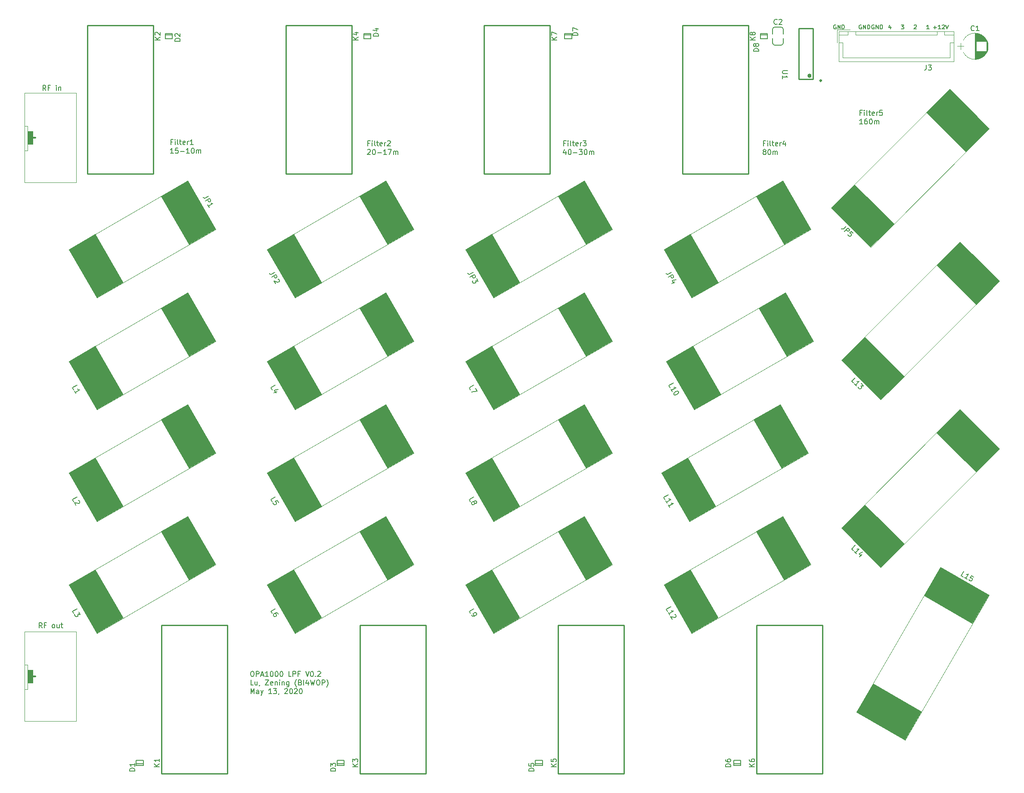
<source format=gbr>
%TF.GenerationSoftware,KiCad,Pcbnew,(5.1.4)-1*%
%TF.CreationDate,2020-05-13T01:14:08+08:00*%
%TF.ProjectId,LPF,4c50462e-6b69-4636-9164-5f7063625858,rev?*%
%TF.SameCoordinates,Original*%
%TF.FileFunction,Legend,Top*%
%TF.FilePolarity,Positive*%
%FSLAX46Y46*%
G04 Gerber Fmt 4.6, Leading zero omitted, Abs format (unit mm)*
G04 Created by KiCad (PCBNEW (5.1.4)-1) date 2020-05-13 01:14:08*
%MOMM*%
%LPD*%
G04 APERTURE LIST*
%ADD10C,0.150000*%
%ADD11C,0.200000*%
%ADD12C,0.254000*%
%ADD13C,0.300000*%
%ADD14C,0.400000*%
%ADD15C,0.100000*%
%ADD16C,0.120000*%
%ADD17C,0.250000*%
G04 APERTURE END LIST*
D10*
X198728571Y-22611904D02*
X198271428Y-22611904D01*
X198500000Y-22611904D02*
X198500000Y-21811904D01*
X198423809Y-21926190D01*
X198347619Y-22002380D01*
X198271428Y-22040476D01*
X195771428Y-21888095D02*
X195809523Y-21850000D01*
X195885714Y-21811904D01*
X196076190Y-21811904D01*
X196152380Y-21850000D01*
X196190476Y-21888095D01*
X196228571Y-21964285D01*
X196228571Y-22040476D01*
X196190476Y-22154761D01*
X195733333Y-22611904D01*
X196228571Y-22611904D01*
X193233333Y-21811904D02*
X193728571Y-21811904D01*
X193461904Y-22116666D01*
X193576190Y-22116666D01*
X193652380Y-22154761D01*
X193690476Y-22192857D01*
X193728571Y-22269047D01*
X193728571Y-22459523D01*
X193690476Y-22535714D01*
X193652380Y-22573809D01*
X193576190Y-22611904D01*
X193347619Y-22611904D01*
X193271428Y-22573809D01*
X193233333Y-22535714D01*
X191152380Y-22078571D02*
X191152380Y-22611904D01*
X190961904Y-21773809D02*
X190771428Y-22345238D01*
X191266666Y-22345238D01*
X180390476Y-21850000D02*
X180314285Y-21811904D01*
X180200000Y-21811904D01*
X180085714Y-21850000D01*
X180009523Y-21926190D01*
X179971428Y-22002380D01*
X179933333Y-22154761D01*
X179933333Y-22269047D01*
X179971428Y-22421428D01*
X180009523Y-22497619D01*
X180085714Y-22573809D01*
X180200000Y-22611904D01*
X180276190Y-22611904D01*
X180390476Y-22573809D01*
X180428571Y-22535714D01*
X180428571Y-22269047D01*
X180276190Y-22269047D01*
X180771428Y-22611904D02*
X180771428Y-21811904D01*
X181228571Y-22611904D01*
X181228571Y-21811904D01*
X181609523Y-22611904D02*
X181609523Y-21811904D01*
X181800000Y-21811904D01*
X181914285Y-21850000D01*
X181990476Y-21926190D01*
X182028571Y-22002380D01*
X182066666Y-22154761D01*
X182066666Y-22269047D01*
X182028571Y-22421428D01*
X181990476Y-22497619D01*
X181914285Y-22573809D01*
X181800000Y-22611904D01*
X181609523Y-22611904D01*
X185390476Y-21850000D02*
X185314285Y-21811904D01*
X185200000Y-21811904D01*
X185085714Y-21850000D01*
X185009523Y-21926190D01*
X184971428Y-22002380D01*
X184933333Y-22154761D01*
X184933333Y-22269047D01*
X184971428Y-22421428D01*
X185009523Y-22497619D01*
X185085714Y-22573809D01*
X185200000Y-22611904D01*
X185276190Y-22611904D01*
X185390476Y-22573809D01*
X185428571Y-22535714D01*
X185428571Y-22269047D01*
X185276190Y-22269047D01*
X185771428Y-22611904D02*
X185771428Y-21811904D01*
X186228571Y-22611904D01*
X186228571Y-21811904D01*
X186609523Y-22611904D02*
X186609523Y-21811904D01*
X186800000Y-21811904D01*
X186914285Y-21850000D01*
X186990476Y-21926190D01*
X187028571Y-22002380D01*
X187066666Y-22154761D01*
X187066666Y-22269047D01*
X187028571Y-22421428D01*
X186990476Y-22497619D01*
X186914285Y-22573809D01*
X186800000Y-22611904D01*
X186609523Y-22611904D01*
X187890476Y-21850000D02*
X187814285Y-21811904D01*
X187700000Y-21811904D01*
X187585714Y-21850000D01*
X187509523Y-21926190D01*
X187471428Y-22002380D01*
X187433333Y-22154761D01*
X187433333Y-22269047D01*
X187471428Y-22421428D01*
X187509523Y-22497619D01*
X187585714Y-22573809D01*
X187700000Y-22611904D01*
X187776190Y-22611904D01*
X187890476Y-22573809D01*
X187928571Y-22535714D01*
X187928571Y-22269047D01*
X187776190Y-22269047D01*
X188271428Y-22611904D02*
X188271428Y-21811904D01*
X188728571Y-22611904D01*
X188728571Y-21811904D01*
X189109523Y-22611904D02*
X189109523Y-21811904D01*
X189300000Y-21811904D01*
X189414285Y-21850000D01*
X189490476Y-21926190D01*
X189528571Y-22002380D01*
X189566666Y-22154761D01*
X189566666Y-22269047D01*
X189528571Y-22421428D01*
X189490476Y-22497619D01*
X189414285Y-22573809D01*
X189300000Y-22611904D01*
X189109523Y-22611904D01*
X199590476Y-22307142D02*
X200200000Y-22307142D01*
X199895238Y-22611904D02*
X199895238Y-22002380D01*
X201000000Y-22611904D02*
X200542857Y-22611904D01*
X200771428Y-22611904D02*
X200771428Y-21811904D01*
X200695238Y-21926190D01*
X200619047Y-22002380D01*
X200542857Y-22040476D01*
X201304761Y-21888095D02*
X201342857Y-21850000D01*
X201419047Y-21811904D01*
X201609523Y-21811904D01*
X201685714Y-21850000D01*
X201723809Y-21888095D01*
X201761904Y-21964285D01*
X201761904Y-22040476D01*
X201723809Y-22154761D01*
X201266666Y-22611904D01*
X201761904Y-22611904D01*
X201990476Y-21811904D02*
X202257142Y-22611904D01*
X202523809Y-21811904D01*
D11*
X65558571Y-149002380D02*
X65749047Y-149002380D01*
X65844285Y-149050000D01*
X65939523Y-149145238D01*
X65987142Y-149335714D01*
X65987142Y-149669047D01*
X65939523Y-149859523D01*
X65844285Y-149954761D01*
X65749047Y-150002380D01*
X65558571Y-150002380D01*
X65463333Y-149954761D01*
X65368095Y-149859523D01*
X65320476Y-149669047D01*
X65320476Y-149335714D01*
X65368095Y-149145238D01*
X65463333Y-149050000D01*
X65558571Y-149002380D01*
X66415714Y-150002380D02*
X66415714Y-149002380D01*
X66796666Y-149002380D01*
X66891904Y-149050000D01*
X66939523Y-149097619D01*
X66987142Y-149192857D01*
X66987142Y-149335714D01*
X66939523Y-149430952D01*
X66891904Y-149478571D01*
X66796666Y-149526190D01*
X66415714Y-149526190D01*
X67368095Y-149716666D02*
X67844285Y-149716666D01*
X67272857Y-150002380D02*
X67606190Y-149002380D01*
X67939523Y-150002380D01*
X68796666Y-150002380D02*
X68225238Y-150002380D01*
X68510952Y-150002380D02*
X68510952Y-149002380D01*
X68415714Y-149145238D01*
X68320476Y-149240476D01*
X68225238Y-149288095D01*
X69415714Y-149002380D02*
X69510952Y-149002380D01*
X69606190Y-149050000D01*
X69653809Y-149097619D01*
X69701428Y-149192857D01*
X69749047Y-149383333D01*
X69749047Y-149621428D01*
X69701428Y-149811904D01*
X69653809Y-149907142D01*
X69606190Y-149954761D01*
X69510952Y-150002380D01*
X69415714Y-150002380D01*
X69320476Y-149954761D01*
X69272857Y-149907142D01*
X69225238Y-149811904D01*
X69177619Y-149621428D01*
X69177619Y-149383333D01*
X69225238Y-149192857D01*
X69272857Y-149097619D01*
X69320476Y-149050000D01*
X69415714Y-149002380D01*
X70368095Y-149002380D02*
X70463333Y-149002380D01*
X70558571Y-149050000D01*
X70606190Y-149097619D01*
X70653809Y-149192857D01*
X70701428Y-149383333D01*
X70701428Y-149621428D01*
X70653809Y-149811904D01*
X70606190Y-149907142D01*
X70558571Y-149954761D01*
X70463333Y-150002380D01*
X70368095Y-150002380D01*
X70272857Y-149954761D01*
X70225238Y-149907142D01*
X70177619Y-149811904D01*
X70130000Y-149621428D01*
X70130000Y-149383333D01*
X70177619Y-149192857D01*
X70225238Y-149097619D01*
X70272857Y-149050000D01*
X70368095Y-149002380D01*
X71320476Y-149002380D02*
X71415714Y-149002380D01*
X71510952Y-149050000D01*
X71558571Y-149097619D01*
X71606190Y-149192857D01*
X71653809Y-149383333D01*
X71653809Y-149621428D01*
X71606190Y-149811904D01*
X71558571Y-149907142D01*
X71510952Y-149954761D01*
X71415714Y-150002380D01*
X71320476Y-150002380D01*
X71225238Y-149954761D01*
X71177619Y-149907142D01*
X71130000Y-149811904D01*
X71082380Y-149621428D01*
X71082380Y-149383333D01*
X71130000Y-149192857D01*
X71177619Y-149097619D01*
X71225238Y-149050000D01*
X71320476Y-149002380D01*
X73320476Y-150002380D02*
X72844285Y-150002380D01*
X72844285Y-149002380D01*
X73653809Y-150002380D02*
X73653809Y-149002380D01*
X74034761Y-149002380D01*
X74130000Y-149050000D01*
X74177619Y-149097619D01*
X74225238Y-149192857D01*
X74225238Y-149335714D01*
X74177619Y-149430952D01*
X74130000Y-149478571D01*
X74034761Y-149526190D01*
X73653809Y-149526190D01*
X74987142Y-149478571D02*
X74653809Y-149478571D01*
X74653809Y-150002380D02*
X74653809Y-149002380D01*
X75130000Y-149002380D01*
X76130000Y-149002380D02*
X76463333Y-150002380D01*
X76796666Y-149002380D01*
X77320476Y-149002380D02*
X77415714Y-149002380D01*
X77510952Y-149050000D01*
X77558571Y-149097619D01*
X77606190Y-149192857D01*
X77653809Y-149383333D01*
X77653809Y-149621428D01*
X77606190Y-149811904D01*
X77558571Y-149907142D01*
X77510952Y-149954761D01*
X77415714Y-150002380D01*
X77320476Y-150002380D01*
X77225238Y-149954761D01*
X77177619Y-149907142D01*
X77130000Y-149811904D01*
X77082380Y-149621428D01*
X77082380Y-149383333D01*
X77130000Y-149192857D01*
X77177619Y-149097619D01*
X77225238Y-149050000D01*
X77320476Y-149002380D01*
X78082380Y-149907142D02*
X78130000Y-149954761D01*
X78082380Y-150002380D01*
X78034761Y-149954761D01*
X78082380Y-149907142D01*
X78082380Y-150002380D01*
X78510952Y-149097619D02*
X78558571Y-149050000D01*
X78653809Y-149002380D01*
X78891904Y-149002380D01*
X78987142Y-149050000D01*
X79034761Y-149097619D01*
X79082380Y-149192857D01*
X79082380Y-149288095D01*
X79034761Y-149430952D01*
X78463333Y-150002380D01*
X79082380Y-150002380D01*
X65844285Y-151702380D02*
X65368095Y-151702380D01*
X65368095Y-150702380D01*
X66606190Y-151035714D02*
X66606190Y-151702380D01*
X66177619Y-151035714D02*
X66177619Y-151559523D01*
X66225238Y-151654761D01*
X66320476Y-151702380D01*
X66463333Y-151702380D01*
X66558571Y-151654761D01*
X66606190Y-151607142D01*
X67130000Y-151654761D02*
X67130000Y-151702380D01*
X67082380Y-151797619D01*
X67034761Y-151845238D01*
X68225238Y-150702380D02*
X68891904Y-150702380D01*
X68225238Y-151702380D01*
X68891904Y-151702380D01*
X69653809Y-151654761D02*
X69558571Y-151702380D01*
X69368095Y-151702380D01*
X69272857Y-151654761D01*
X69225238Y-151559523D01*
X69225238Y-151178571D01*
X69272857Y-151083333D01*
X69368095Y-151035714D01*
X69558571Y-151035714D01*
X69653809Y-151083333D01*
X69701428Y-151178571D01*
X69701428Y-151273809D01*
X69225238Y-151369047D01*
X70130000Y-151035714D02*
X70130000Y-151702380D01*
X70130000Y-151130952D02*
X70177619Y-151083333D01*
X70272857Y-151035714D01*
X70415714Y-151035714D01*
X70510952Y-151083333D01*
X70558571Y-151178571D01*
X70558571Y-151702380D01*
X71034761Y-151702380D02*
X71034761Y-151035714D01*
X71034761Y-150702380D02*
X70987142Y-150750000D01*
X71034761Y-150797619D01*
X71082380Y-150750000D01*
X71034761Y-150702380D01*
X71034761Y-150797619D01*
X71510952Y-151035714D02*
X71510952Y-151702380D01*
X71510952Y-151130952D02*
X71558571Y-151083333D01*
X71653809Y-151035714D01*
X71796666Y-151035714D01*
X71891904Y-151083333D01*
X71939523Y-151178571D01*
X71939523Y-151702380D01*
X72844285Y-151035714D02*
X72844285Y-151845238D01*
X72796666Y-151940476D01*
X72749047Y-151988095D01*
X72653809Y-152035714D01*
X72510952Y-152035714D01*
X72415714Y-151988095D01*
X72844285Y-151654761D02*
X72749047Y-151702380D01*
X72558571Y-151702380D01*
X72463333Y-151654761D01*
X72415714Y-151607142D01*
X72368095Y-151511904D01*
X72368095Y-151226190D01*
X72415714Y-151130952D01*
X72463333Y-151083333D01*
X72558571Y-151035714D01*
X72749047Y-151035714D01*
X72844285Y-151083333D01*
X74368095Y-152083333D02*
X74320476Y-152035714D01*
X74225238Y-151892857D01*
X74177619Y-151797619D01*
X74130000Y-151654761D01*
X74082380Y-151416666D01*
X74082380Y-151226190D01*
X74130000Y-150988095D01*
X74177619Y-150845238D01*
X74225238Y-150750000D01*
X74320476Y-150607142D01*
X74368095Y-150559523D01*
X75082380Y-151178571D02*
X75225238Y-151226190D01*
X75272857Y-151273809D01*
X75320476Y-151369047D01*
X75320476Y-151511904D01*
X75272857Y-151607142D01*
X75225238Y-151654761D01*
X75130000Y-151702380D01*
X74749047Y-151702380D01*
X74749047Y-150702380D01*
X75082380Y-150702380D01*
X75177619Y-150750000D01*
X75225238Y-150797619D01*
X75272857Y-150892857D01*
X75272857Y-150988095D01*
X75225238Y-151083333D01*
X75177619Y-151130952D01*
X75082380Y-151178571D01*
X74749047Y-151178571D01*
X75749047Y-151702380D02*
X75749047Y-150702380D01*
X76653809Y-151035714D02*
X76653809Y-151702380D01*
X76415714Y-150654761D02*
X76177619Y-151369047D01*
X76796666Y-151369047D01*
X77082380Y-150702380D02*
X77320476Y-151702380D01*
X77510952Y-150988095D01*
X77701428Y-151702380D01*
X77939523Y-150702380D01*
X78510952Y-150702380D02*
X78701428Y-150702380D01*
X78796666Y-150750000D01*
X78891904Y-150845238D01*
X78939523Y-151035714D01*
X78939523Y-151369047D01*
X78891904Y-151559523D01*
X78796666Y-151654761D01*
X78701428Y-151702380D01*
X78510952Y-151702380D01*
X78415714Y-151654761D01*
X78320476Y-151559523D01*
X78272857Y-151369047D01*
X78272857Y-151035714D01*
X78320476Y-150845238D01*
X78415714Y-150750000D01*
X78510952Y-150702380D01*
X79368095Y-151702380D02*
X79368095Y-150702380D01*
X79749047Y-150702380D01*
X79844285Y-150750000D01*
X79891904Y-150797619D01*
X79939523Y-150892857D01*
X79939523Y-151035714D01*
X79891904Y-151130952D01*
X79844285Y-151178571D01*
X79749047Y-151226190D01*
X79368095Y-151226190D01*
X80272857Y-152083333D02*
X80320476Y-152035714D01*
X80415714Y-151892857D01*
X80463333Y-151797619D01*
X80510952Y-151654761D01*
X80558571Y-151416666D01*
X80558571Y-151226190D01*
X80510952Y-150988095D01*
X80463333Y-150845238D01*
X80415714Y-150750000D01*
X80320476Y-150607142D01*
X80272857Y-150559523D01*
X65368095Y-153402380D02*
X65368095Y-152402380D01*
X65701428Y-153116666D01*
X66034761Y-152402380D01*
X66034761Y-153402380D01*
X66939523Y-153402380D02*
X66939523Y-152878571D01*
X66891904Y-152783333D01*
X66796666Y-152735714D01*
X66606190Y-152735714D01*
X66510952Y-152783333D01*
X66939523Y-153354761D02*
X66844285Y-153402380D01*
X66606190Y-153402380D01*
X66510952Y-153354761D01*
X66463333Y-153259523D01*
X66463333Y-153164285D01*
X66510952Y-153069047D01*
X66606190Y-153021428D01*
X66844285Y-153021428D01*
X66939523Y-152973809D01*
X67320476Y-152735714D02*
X67558571Y-153402380D01*
X67796666Y-152735714D02*
X67558571Y-153402380D01*
X67463333Y-153640476D01*
X67415714Y-153688095D01*
X67320476Y-153735714D01*
X69463333Y-153402380D02*
X68891904Y-153402380D01*
X69177619Y-153402380D02*
X69177619Y-152402380D01*
X69082380Y-152545238D01*
X68987142Y-152640476D01*
X68891904Y-152688095D01*
X69796666Y-152402380D02*
X70415714Y-152402380D01*
X70082380Y-152783333D01*
X70225238Y-152783333D01*
X70320476Y-152830952D01*
X70368095Y-152878571D01*
X70415714Y-152973809D01*
X70415714Y-153211904D01*
X70368095Y-153307142D01*
X70320476Y-153354761D01*
X70225238Y-153402380D01*
X69939523Y-153402380D01*
X69844285Y-153354761D01*
X69796666Y-153307142D01*
X70891904Y-153354761D02*
X70891904Y-153402380D01*
X70844285Y-153497619D01*
X70796666Y-153545238D01*
X72034761Y-152497619D02*
X72082380Y-152450000D01*
X72177619Y-152402380D01*
X72415714Y-152402380D01*
X72510952Y-152450000D01*
X72558571Y-152497619D01*
X72606190Y-152592857D01*
X72606190Y-152688095D01*
X72558571Y-152830952D01*
X71987142Y-153402380D01*
X72606190Y-153402380D01*
X73225238Y-152402380D02*
X73320476Y-152402380D01*
X73415714Y-152450000D01*
X73463333Y-152497619D01*
X73510952Y-152592857D01*
X73558571Y-152783333D01*
X73558571Y-153021428D01*
X73510952Y-153211904D01*
X73463333Y-153307142D01*
X73415714Y-153354761D01*
X73320476Y-153402380D01*
X73225238Y-153402380D01*
X73130000Y-153354761D01*
X73082380Y-153307142D01*
X73034761Y-153211904D01*
X72987142Y-153021428D01*
X72987142Y-152783333D01*
X73034761Y-152592857D01*
X73082380Y-152497619D01*
X73130000Y-152450000D01*
X73225238Y-152402380D01*
X73939523Y-152497619D02*
X73987142Y-152450000D01*
X74082380Y-152402380D01*
X74320476Y-152402380D01*
X74415714Y-152450000D01*
X74463333Y-152497619D01*
X74510952Y-152592857D01*
X74510952Y-152688095D01*
X74463333Y-152830952D01*
X73891904Y-153402380D01*
X74510952Y-153402380D01*
X75130000Y-152402380D02*
X75225238Y-152402380D01*
X75320476Y-152450000D01*
X75368095Y-152497619D01*
X75415714Y-152592857D01*
X75463333Y-152783333D01*
X75463333Y-153021428D01*
X75415714Y-153211904D01*
X75368095Y-153307142D01*
X75320476Y-153354761D01*
X75225238Y-153402380D01*
X75130000Y-153402380D01*
X75034761Y-153354761D01*
X74987142Y-153307142D01*
X74939523Y-153211904D01*
X74891904Y-153021428D01*
X74891904Y-152783333D01*
X74939523Y-152592857D01*
X74987142Y-152497619D01*
X75034761Y-152450000D01*
X75130000Y-152402380D01*
X185451428Y-39078571D02*
X185118095Y-39078571D01*
X185118095Y-39602380D02*
X185118095Y-38602380D01*
X185594285Y-38602380D01*
X185975238Y-39602380D02*
X185975238Y-38935714D01*
X185975238Y-38602380D02*
X185927619Y-38650000D01*
X185975238Y-38697619D01*
X186022857Y-38650000D01*
X185975238Y-38602380D01*
X185975238Y-38697619D01*
X186594285Y-39602380D02*
X186499047Y-39554761D01*
X186451428Y-39459523D01*
X186451428Y-38602380D01*
X186832380Y-38935714D02*
X187213333Y-38935714D01*
X186975238Y-38602380D02*
X186975238Y-39459523D01*
X187022857Y-39554761D01*
X187118095Y-39602380D01*
X187213333Y-39602380D01*
X187927619Y-39554761D02*
X187832380Y-39602380D01*
X187641904Y-39602380D01*
X187546666Y-39554761D01*
X187499047Y-39459523D01*
X187499047Y-39078571D01*
X187546666Y-38983333D01*
X187641904Y-38935714D01*
X187832380Y-38935714D01*
X187927619Y-38983333D01*
X187975238Y-39078571D01*
X187975238Y-39173809D01*
X187499047Y-39269047D01*
X188403809Y-39602380D02*
X188403809Y-38935714D01*
X188403809Y-39126190D02*
X188451428Y-39030952D01*
X188499047Y-38983333D01*
X188594285Y-38935714D01*
X188689523Y-38935714D01*
X189499047Y-38602380D02*
X189022857Y-38602380D01*
X188975238Y-39078571D01*
X189022857Y-39030952D01*
X189118095Y-38983333D01*
X189356190Y-38983333D01*
X189451428Y-39030952D01*
X189499047Y-39078571D01*
X189546666Y-39173809D01*
X189546666Y-39411904D01*
X189499047Y-39507142D01*
X189451428Y-39554761D01*
X189356190Y-39602380D01*
X189118095Y-39602380D01*
X189022857Y-39554761D01*
X188975238Y-39507142D01*
X185641904Y-41302380D02*
X185070476Y-41302380D01*
X185356190Y-41302380D02*
X185356190Y-40302380D01*
X185260952Y-40445238D01*
X185165714Y-40540476D01*
X185070476Y-40588095D01*
X186499047Y-40302380D02*
X186308571Y-40302380D01*
X186213333Y-40350000D01*
X186165714Y-40397619D01*
X186070476Y-40540476D01*
X186022857Y-40730952D01*
X186022857Y-41111904D01*
X186070476Y-41207142D01*
X186118095Y-41254761D01*
X186213333Y-41302380D01*
X186403809Y-41302380D01*
X186499047Y-41254761D01*
X186546666Y-41207142D01*
X186594285Y-41111904D01*
X186594285Y-40873809D01*
X186546666Y-40778571D01*
X186499047Y-40730952D01*
X186403809Y-40683333D01*
X186213333Y-40683333D01*
X186118095Y-40730952D01*
X186070476Y-40778571D01*
X186022857Y-40873809D01*
X187213333Y-40302380D02*
X187308571Y-40302380D01*
X187403809Y-40350000D01*
X187451428Y-40397619D01*
X187499047Y-40492857D01*
X187546666Y-40683333D01*
X187546666Y-40921428D01*
X187499047Y-41111904D01*
X187451428Y-41207142D01*
X187403809Y-41254761D01*
X187308571Y-41302380D01*
X187213333Y-41302380D01*
X187118095Y-41254761D01*
X187070476Y-41207142D01*
X187022857Y-41111904D01*
X186975238Y-40921428D01*
X186975238Y-40683333D01*
X187022857Y-40492857D01*
X187070476Y-40397619D01*
X187118095Y-40350000D01*
X187213333Y-40302380D01*
X187975238Y-41302380D02*
X187975238Y-40635714D01*
X187975238Y-40730952D02*
X188022857Y-40683333D01*
X188118095Y-40635714D01*
X188260952Y-40635714D01*
X188356190Y-40683333D01*
X188403809Y-40778571D01*
X188403809Y-41302380D01*
X188403809Y-40778571D02*
X188451428Y-40683333D01*
X188546666Y-40635714D01*
X188689523Y-40635714D01*
X188784761Y-40683333D01*
X188832380Y-40778571D01*
X188832380Y-41302380D01*
X166451428Y-45078571D02*
X166118095Y-45078571D01*
X166118095Y-45602380D02*
X166118095Y-44602380D01*
X166594285Y-44602380D01*
X166975238Y-45602380D02*
X166975238Y-44935714D01*
X166975238Y-44602380D02*
X166927619Y-44650000D01*
X166975238Y-44697619D01*
X167022857Y-44650000D01*
X166975238Y-44602380D01*
X166975238Y-44697619D01*
X167594285Y-45602380D02*
X167499047Y-45554761D01*
X167451428Y-45459523D01*
X167451428Y-44602380D01*
X167832380Y-44935714D02*
X168213333Y-44935714D01*
X167975238Y-44602380D02*
X167975238Y-45459523D01*
X168022857Y-45554761D01*
X168118095Y-45602380D01*
X168213333Y-45602380D01*
X168927619Y-45554761D02*
X168832380Y-45602380D01*
X168641904Y-45602380D01*
X168546666Y-45554761D01*
X168499047Y-45459523D01*
X168499047Y-45078571D01*
X168546666Y-44983333D01*
X168641904Y-44935714D01*
X168832380Y-44935714D01*
X168927619Y-44983333D01*
X168975238Y-45078571D01*
X168975238Y-45173809D01*
X168499047Y-45269047D01*
X169403809Y-45602380D02*
X169403809Y-44935714D01*
X169403809Y-45126190D02*
X169451428Y-45030952D01*
X169499047Y-44983333D01*
X169594285Y-44935714D01*
X169689523Y-44935714D01*
X170451428Y-44935714D02*
X170451428Y-45602380D01*
X170213333Y-44554761D02*
X169975238Y-45269047D01*
X170594285Y-45269047D01*
X166260952Y-46730952D02*
X166165714Y-46683333D01*
X166118095Y-46635714D01*
X166070476Y-46540476D01*
X166070476Y-46492857D01*
X166118095Y-46397619D01*
X166165714Y-46350000D01*
X166260952Y-46302380D01*
X166451428Y-46302380D01*
X166546666Y-46350000D01*
X166594285Y-46397619D01*
X166641904Y-46492857D01*
X166641904Y-46540476D01*
X166594285Y-46635714D01*
X166546666Y-46683333D01*
X166451428Y-46730952D01*
X166260952Y-46730952D01*
X166165714Y-46778571D01*
X166118095Y-46826190D01*
X166070476Y-46921428D01*
X166070476Y-47111904D01*
X166118095Y-47207142D01*
X166165714Y-47254761D01*
X166260952Y-47302380D01*
X166451428Y-47302380D01*
X166546666Y-47254761D01*
X166594285Y-47207142D01*
X166641904Y-47111904D01*
X166641904Y-46921428D01*
X166594285Y-46826190D01*
X166546666Y-46778571D01*
X166451428Y-46730952D01*
X167260952Y-46302380D02*
X167356190Y-46302380D01*
X167451428Y-46350000D01*
X167499047Y-46397619D01*
X167546666Y-46492857D01*
X167594285Y-46683333D01*
X167594285Y-46921428D01*
X167546666Y-47111904D01*
X167499047Y-47207142D01*
X167451428Y-47254761D01*
X167356190Y-47302380D01*
X167260952Y-47302380D01*
X167165714Y-47254761D01*
X167118095Y-47207142D01*
X167070476Y-47111904D01*
X167022857Y-46921428D01*
X167022857Y-46683333D01*
X167070476Y-46492857D01*
X167118095Y-46397619D01*
X167165714Y-46350000D01*
X167260952Y-46302380D01*
X168022857Y-47302380D02*
X168022857Y-46635714D01*
X168022857Y-46730952D02*
X168070476Y-46683333D01*
X168165714Y-46635714D01*
X168308571Y-46635714D01*
X168403809Y-46683333D01*
X168451428Y-46778571D01*
X168451428Y-47302380D01*
X168451428Y-46778571D02*
X168499047Y-46683333D01*
X168594285Y-46635714D01*
X168737142Y-46635714D01*
X168832380Y-46683333D01*
X168880000Y-46778571D01*
X168880000Y-47302380D01*
X127201428Y-45078571D02*
X126868095Y-45078571D01*
X126868095Y-45602380D02*
X126868095Y-44602380D01*
X127344285Y-44602380D01*
X127725238Y-45602380D02*
X127725238Y-44935714D01*
X127725238Y-44602380D02*
X127677619Y-44650000D01*
X127725238Y-44697619D01*
X127772857Y-44650000D01*
X127725238Y-44602380D01*
X127725238Y-44697619D01*
X128344285Y-45602380D02*
X128249047Y-45554761D01*
X128201428Y-45459523D01*
X128201428Y-44602380D01*
X128582380Y-44935714D02*
X128963333Y-44935714D01*
X128725238Y-44602380D02*
X128725238Y-45459523D01*
X128772857Y-45554761D01*
X128868095Y-45602380D01*
X128963333Y-45602380D01*
X129677619Y-45554761D02*
X129582380Y-45602380D01*
X129391904Y-45602380D01*
X129296666Y-45554761D01*
X129249047Y-45459523D01*
X129249047Y-45078571D01*
X129296666Y-44983333D01*
X129391904Y-44935714D01*
X129582380Y-44935714D01*
X129677619Y-44983333D01*
X129725238Y-45078571D01*
X129725238Y-45173809D01*
X129249047Y-45269047D01*
X130153809Y-45602380D02*
X130153809Y-44935714D01*
X130153809Y-45126190D02*
X130201428Y-45030952D01*
X130249047Y-44983333D01*
X130344285Y-44935714D01*
X130439523Y-44935714D01*
X130677619Y-44602380D02*
X131296666Y-44602380D01*
X130963333Y-44983333D01*
X131106190Y-44983333D01*
X131201428Y-45030952D01*
X131249047Y-45078571D01*
X131296666Y-45173809D01*
X131296666Y-45411904D01*
X131249047Y-45507142D01*
X131201428Y-45554761D01*
X131106190Y-45602380D01*
X130820476Y-45602380D01*
X130725238Y-45554761D01*
X130677619Y-45507142D01*
X127296666Y-46635714D02*
X127296666Y-47302380D01*
X127058571Y-46254761D02*
X126820476Y-46969047D01*
X127439523Y-46969047D01*
X128010952Y-46302380D02*
X128106190Y-46302380D01*
X128201428Y-46350000D01*
X128249047Y-46397619D01*
X128296666Y-46492857D01*
X128344285Y-46683333D01*
X128344285Y-46921428D01*
X128296666Y-47111904D01*
X128249047Y-47207142D01*
X128201428Y-47254761D01*
X128106190Y-47302380D01*
X128010952Y-47302380D01*
X127915714Y-47254761D01*
X127868095Y-47207142D01*
X127820476Y-47111904D01*
X127772857Y-46921428D01*
X127772857Y-46683333D01*
X127820476Y-46492857D01*
X127868095Y-46397619D01*
X127915714Y-46350000D01*
X128010952Y-46302380D01*
X128772857Y-46921428D02*
X129534761Y-46921428D01*
X129915714Y-46302380D02*
X130534761Y-46302380D01*
X130201428Y-46683333D01*
X130344285Y-46683333D01*
X130439523Y-46730952D01*
X130487142Y-46778571D01*
X130534761Y-46873809D01*
X130534761Y-47111904D01*
X130487142Y-47207142D01*
X130439523Y-47254761D01*
X130344285Y-47302380D01*
X130058571Y-47302380D01*
X129963333Y-47254761D01*
X129915714Y-47207142D01*
X131153809Y-46302380D02*
X131249047Y-46302380D01*
X131344285Y-46350000D01*
X131391904Y-46397619D01*
X131439523Y-46492857D01*
X131487142Y-46683333D01*
X131487142Y-46921428D01*
X131439523Y-47111904D01*
X131391904Y-47207142D01*
X131344285Y-47254761D01*
X131249047Y-47302380D01*
X131153809Y-47302380D01*
X131058571Y-47254761D01*
X131010952Y-47207142D01*
X130963333Y-47111904D01*
X130915714Y-46921428D01*
X130915714Y-46683333D01*
X130963333Y-46492857D01*
X131010952Y-46397619D01*
X131058571Y-46350000D01*
X131153809Y-46302380D01*
X131915714Y-47302380D02*
X131915714Y-46635714D01*
X131915714Y-46730952D02*
X131963333Y-46683333D01*
X132058571Y-46635714D01*
X132201428Y-46635714D01*
X132296666Y-46683333D01*
X132344285Y-46778571D01*
X132344285Y-47302380D01*
X132344285Y-46778571D02*
X132391904Y-46683333D01*
X132487142Y-46635714D01*
X132630000Y-46635714D01*
X132725238Y-46683333D01*
X132772857Y-46778571D01*
X132772857Y-47302380D01*
X88701428Y-45078571D02*
X88368095Y-45078571D01*
X88368095Y-45602380D02*
X88368095Y-44602380D01*
X88844285Y-44602380D01*
X89225238Y-45602380D02*
X89225238Y-44935714D01*
X89225238Y-44602380D02*
X89177619Y-44650000D01*
X89225238Y-44697619D01*
X89272857Y-44650000D01*
X89225238Y-44602380D01*
X89225238Y-44697619D01*
X89844285Y-45602380D02*
X89749047Y-45554761D01*
X89701428Y-45459523D01*
X89701428Y-44602380D01*
X90082380Y-44935714D02*
X90463333Y-44935714D01*
X90225238Y-44602380D02*
X90225238Y-45459523D01*
X90272857Y-45554761D01*
X90368095Y-45602380D01*
X90463333Y-45602380D01*
X91177619Y-45554761D02*
X91082380Y-45602380D01*
X90891904Y-45602380D01*
X90796666Y-45554761D01*
X90749047Y-45459523D01*
X90749047Y-45078571D01*
X90796666Y-44983333D01*
X90891904Y-44935714D01*
X91082380Y-44935714D01*
X91177619Y-44983333D01*
X91225238Y-45078571D01*
X91225238Y-45173809D01*
X90749047Y-45269047D01*
X91653809Y-45602380D02*
X91653809Y-44935714D01*
X91653809Y-45126190D02*
X91701428Y-45030952D01*
X91749047Y-44983333D01*
X91844285Y-44935714D01*
X91939523Y-44935714D01*
X92225238Y-44697619D02*
X92272857Y-44650000D01*
X92368095Y-44602380D01*
X92606190Y-44602380D01*
X92701428Y-44650000D01*
X92749047Y-44697619D01*
X92796666Y-44792857D01*
X92796666Y-44888095D01*
X92749047Y-45030952D01*
X92177619Y-45602380D01*
X92796666Y-45602380D01*
X88320476Y-46397619D02*
X88368095Y-46350000D01*
X88463333Y-46302380D01*
X88701428Y-46302380D01*
X88796666Y-46350000D01*
X88844285Y-46397619D01*
X88891904Y-46492857D01*
X88891904Y-46588095D01*
X88844285Y-46730952D01*
X88272857Y-47302380D01*
X88891904Y-47302380D01*
X89510952Y-46302380D02*
X89606190Y-46302380D01*
X89701428Y-46350000D01*
X89749047Y-46397619D01*
X89796666Y-46492857D01*
X89844285Y-46683333D01*
X89844285Y-46921428D01*
X89796666Y-47111904D01*
X89749047Y-47207142D01*
X89701428Y-47254761D01*
X89606190Y-47302380D01*
X89510952Y-47302380D01*
X89415714Y-47254761D01*
X89368095Y-47207142D01*
X89320476Y-47111904D01*
X89272857Y-46921428D01*
X89272857Y-46683333D01*
X89320476Y-46492857D01*
X89368095Y-46397619D01*
X89415714Y-46350000D01*
X89510952Y-46302380D01*
X90272857Y-46921428D02*
X91034761Y-46921428D01*
X92034761Y-47302380D02*
X91463333Y-47302380D01*
X91749047Y-47302380D02*
X91749047Y-46302380D01*
X91653809Y-46445238D01*
X91558571Y-46540476D01*
X91463333Y-46588095D01*
X92368095Y-46302380D02*
X93034761Y-46302380D01*
X92606190Y-47302380D01*
X93415714Y-47302380D02*
X93415714Y-46635714D01*
X93415714Y-46730952D02*
X93463333Y-46683333D01*
X93558571Y-46635714D01*
X93701428Y-46635714D01*
X93796666Y-46683333D01*
X93844285Y-46778571D01*
X93844285Y-47302380D01*
X93844285Y-46778571D02*
X93891904Y-46683333D01*
X93987142Y-46635714D01*
X94130000Y-46635714D01*
X94225238Y-46683333D01*
X94272857Y-46778571D01*
X94272857Y-47302380D01*
X49951428Y-44828571D02*
X49618095Y-44828571D01*
X49618095Y-45352380D02*
X49618095Y-44352380D01*
X50094285Y-44352380D01*
X50475238Y-45352380D02*
X50475238Y-44685714D01*
X50475238Y-44352380D02*
X50427619Y-44400000D01*
X50475238Y-44447619D01*
X50522857Y-44400000D01*
X50475238Y-44352380D01*
X50475238Y-44447619D01*
X51094285Y-45352380D02*
X50999047Y-45304761D01*
X50951428Y-45209523D01*
X50951428Y-44352380D01*
X51332380Y-44685714D02*
X51713333Y-44685714D01*
X51475238Y-44352380D02*
X51475238Y-45209523D01*
X51522857Y-45304761D01*
X51618095Y-45352380D01*
X51713333Y-45352380D01*
X52427619Y-45304761D02*
X52332380Y-45352380D01*
X52141904Y-45352380D01*
X52046666Y-45304761D01*
X51999047Y-45209523D01*
X51999047Y-44828571D01*
X52046666Y-44733333D01*
X52141904Y-44685714D01*
X52332380Y-44685714D01*
X52427619Y-44733333D01*
X52475238Y-44828571D01*
X52475238Y-44923809D01*
X51999047Y-45019047D01*
X52903809Y-45352380D02*
X52903809Y-44685714D01*
X52903809Y-44876190D02*
X52951428Y-44780952D01*
X52999047Y-44733333D01*
X53094285Y-44685714D01*
X53189523Y-44685714D01*
X54046666Y-45352380D02*
X53475238Y-45352380D01*
X53760952Y-45352380D02*
X53760952Y-44352380D01*
X53665714Y-44495238D01*
X53570476Y-44590476D01*
X53475238Y-44638095D01*
X50141904Y-47052380D02*
X49570476Y-47052380D01*
X49856190Y-47052380D02*
X49856190Y-46052380D01*
X49760952Y-46195238D01*
X49665714Y-46290476D01*
X49570476Y-46338095D01*
X51046666Y-46052380D02*
X50570476Y-46052380D01*
X50522857Y-46528571D01*
X50570476Y-46480952D01*
X50665714Y-46433333D01*
X50903809Y-46433333D01*
X50999047Y-46480952D01*
X51046666Y-46528571D01*
X51094285Y-46623809D01*
X51094285Y-46861904D01*
X51046666Y-46957142D01*
X50999047Y-47004761D01*
X50903809Y-47052380D01*
X50665714Y-47052380D01*
X50570476Y-47004761D01*
X50522857Y-46957142D01*
X51522857Y-46671428D02*
X52284761Y-46671428D01*
X53284761Y-47052380D02*
X52713333Y-47052380D01*
X52999047Y-47052380D02*
X52999047Y-46052380D01*
X52903809Y-46195238D01*
X52808571Y-46290476D01*
X52713333Y-46338095D01*
X53903809Y-46052380D02*
X53999047Y-46052380D01*
X54094285Y-46100000D01*
X54141904Y-46147619D01*
X54189523Y-46242857D01*
X54237142Y-46433333D01*
X54237142Y-46671428D01*
X54189523Y-46861904D01*
X54141904Y-46957142D01*
X54094285Y-47004761D01*
X53999047Y-47052380D01*
X53903809Y-47052380D01*
X53808571Y-47004761D01*
X53760952Y-46957142D01*
X53713333Y-46861904D01*
X53665714Y-46671428D01*
X53665714Y-46433333D01*
X53713333Y-46242857D01*
X53760952Y-46147619D01*
X53808571Y-46100000D01*
X53903809Y-46052380D01*
X54665714Y-47052380D02*
X54665714Y-46385714D01*
X54665714Y-46480952D02*
X54713333Y-46433333D01*
X54808571Y-46385714D01*
X54951428Y-46385714D01*
X55046666Y-46433333D01*
X55094285Y-46528571D01*
X55094285Y-47052380D01*
X55094285Y-46528571D02*
X55141904Y-46433333D01*
X55237142Y-46385714D01*
X55380000Y-46385714D01*
X55475238Y-46433333D01*
X55522857Y-46528571D01*
X55522857Y-47052380D01*
X24309523Y-140452380D02*
X23976190Y-139976190D01*
X23738095Y-140452380D02*
X23738095Y-139452380D01*
X24119047Y-139452380D01*
X24214285Y-139500000D01*
X24261904Y-139547619D01*
X24309523Y-139642857D01*
X24309523Y-139785714D01*
X24261904Y-139880952D01*
X24214285Y-139928571D01*
X24119047Y-139976190D01*
X23738095Y-139976190D01*
X25071428Y-139928571D02*
X24738095Y-139928571D01*
X24738095Y-140452380D02*
X24738095Y-139452380D01*
X25214285Y-139452380D01*
X26500000Y-140452380D02*
X26404761Y-140404761D01*
X26357142Y-140357142D01*
X26309523Y-140261904D01*
X26309523Y-139976190D01*
X26357142Y-139880952D01*
X26404761Y-139833333D01*
X26500000Y-139785714D01*
X26642857Y-139785714D01*
X26738095Y-139833333D01*
X26785714Y-139880952D01*
X26833333Y-139976190D01*
X26833333Y-140261904D01*
X26785714Y-140357142D01*
X26738095Y-140404761D01*
X26642857Y-140452380D01*
X26500000Y-140452380D01*
X27690476Y-139785714D02*
X27690476Y-140452380D01*
X27261904Y-139785714D02*
X27261904Y-140309523D01*
X27309523Y-140404761D01*
X27404761Y-140452380D01*
X27547619Y-140452380D01*
X27642857Y-140404761D01*
X27690476Y-140357142D01*
X28023809Y-139785714D02*
X28404761Y-139785714D01*
X28166666Y-139452380D02*
X28166666Y-140309523D01*
X28214285Y-140404761D01*
X28309523Y-140452380D01*
X28404761Y-140452380D01*
X25059523Y-34702380D02*
X24726190Y-34226190D01*
X24488095Y-34702380D02*
X24488095Y-33702380D01*
X24869047Y-33702380D01*
X24964285Y-33750000D01*
X25011904Y-33797619D01*
X25059523Y-33892857D01*
X25059523Y-34035714D01*
X25011904Y-34130952D01*
X24964285Y-34178571D01*
X24869047Y-34226190D01*
X24488095Y-34226190D01*
X25821428Y-34178571D02*
X25488095Y-34178571D01*
X25488095Y-34702380D02*
X25488095Y-33702380D01*
X25964285Y-33702380D01*
X27107142Y-34702380D02*
X27107142Y-34035714D01*
X27107142Y-33702380D02*
X27059523Y-33750000D01*
X27107142Y-33797619D01*
X27154761Y-33750000D01*
X27107142Y-33702380D01*
X27107142Y-33797619D01*
X27583333Y-34035714D02*
X27583333Y-34702380D01*
X27583333Y-34130952D02*
X27630952Y-34083333D01*
X27726190Y-34035714D01*
X27869047Y-34035714D01*
X27964285Y-34083333D01*
X28011904Y-34178571D01*
X28011904Y-34702380D01*
D12*
X175900000Y-32475000D02*
X175900000Y-22525000D01*
X173100000Y-32475000D02*
X173100000Y-22525000D01*
X175900000Y-32475000D02*
X173100000Y-32475000D01*
X175900000Y-22525000D02*
X173100000Y-22525000D01*
D13*
X177550000Y-32750000D02*
G75*
G03X177550000Y-32750000I-150000J0D01*
G01*
D14*
X175400000Y-31800000D02*
G75*
G03X175400000Y-31800000I-200000J0D01*
G01*
D15*
G36*
X184486860Y-157039419D02*
G01*
X187736860Y-151410254D01*
X197263140Y-156910254D01*
X194013140Y-162539419D01*
X184486860Y-157039419D01*
G37*
X184486860Y-157039419D02*
X187736860Y-151410254D01*
X197263140Y-156910254D01*
X194013140Y-162539419D01*
X184486860Y-157039419D01*
G36*
X200986860Y-128460581D02*
G01*
X197736860Y-134089746D01*
X207263140Y-139589746D01*
X210513140Y-133960581D01*
X200986860Y-128460581D01*
G37*
X200986860Y-128460581D02*
X197736860Y-134089746D01*
X207263140Y-139589746D01*
X210513140Y-133960581D01*
X200986860Y-128460581D01*
D16*
X184486860Y-157039419D02*
X200986860Y-128460581D01*
X194013140Y-162539419D02*
X184486860Y-157039419D01*
X210513140Y-133960581D02*
X194013140Y-162539419D01*
X200986860Y-128460581D02*
X210513140Y-133960581D01*
D15*
G36*
X212556349Y-105221825D02*
G01*
X207960155Y-109818019D01*
X200181981Y-102039845D01*
X204778175Y-97443651D01*
X212556349Y-105221825D01*
G37*
X212556349Y-105221825D02*
X207960155Y-109818019D01*
X200181981Y-102039845D01*
X204778175Y-97443651D01*
X212556349Y-105221825D01*
G36*
X189221825Y-128556349D02*
G01*
X193818019Y-123960155D01*
X186039845Y-116181981D01*
X181443651Y-120778175D01*
X189221825Y-128556349D01*
G37*
X189221825Y-128556349D02*
X193818019Y-123960155D01*
X186039845Y-116181981D01*
X181443651Y-120778175D01*
X189221825Y-128556349D01*
D16*
X212556349Y-105221825D02*
X189221825Y-128556349D01*
X204778175Y-97443651D02*
X212556349Y-105221825D01*
X181443651Y-120778175D02*
X204778175Y-97443651D01*
X189221825Y-128556349D02*
X181443651Y-120778175D01*
D15*
G36*
X212556349Y-72221825D02*
G01*
X207960155Y-76818019D01*
X200181981Y-69039845D01*
X204778175Y-64443651D01*
X212556349Y-72221825D01*
G37*
X212556349Y-72221825D02*
X207960155Y-76818019D01*
X200181981Y-69039845D01*
X204778175Y-64443651D01*
X212556349Y-72221825D01*
G36*
X189221825Y-95556349D02*
G01*
X193818019Y-90960155D01*
X186039845Y-83181981D01*
X181443651Y-87778175D01*
X189221825Y-95556349D01*
G37*
X189221825Y-95556349D02*
X193818019Y-90960155D01*
X186039845Y-83181981D01*
X181443651Y-87778175D01*
X189221825Y-95556349D01*
D16*
X212556349Y-72221825D02*
X189221825Y-95556349D01*
X204778175Y-64443651D02*
X212556349Y-72221825D01*
X181443651Y-87778175D02*
X204778175Y-64443651D01*
X189221825Y-95556349D02*
X181443651Y-87778175D01*
D15*
G36*
X175441343Y-128013140D02*
G01*
X170245191Y-131013140D01*
X164745191Y-121486860D01*
X169941343Y-118486860D01*
X175441343Y-128013140D01*
G37*
X175441343Y-128013140D02*
X170245191Y-131013140D01*
X164745191Y-121486860D01*
X169941343Y-118486860D01*
X175441343Y-128013140D01*
G36*
X152058657Y-141513140D02*
G01*
X146558657Y-131986860D01*
X151754809Y-128986860D01*
X157254809Y-138513140D01*
X152058657Y-141513140D01*
G37*
X152058657Y-141513140D02*
X146558657Y-131986860D01*
X151754809Y-128986860D01*
X157254809Y-138513140D01*
X152058657Y-141513140D01*
D16*
X152058657Y-141513140D02*
X175441343Y-128013140D01*
X146558657Y-131986860D02*
X152058657Y-141513140D01*
X169941343Y-118486860D02*
X146558657Y-131986860D01*
X175441343Y-128013140D02*
X169941343Y-118486860D01*
D15*
G36*
X174941343Y-106013140D02*
G01*
X169745191Y-109013140D01*
X164245191Y-99486860D01*
X169441343Y-96486860D01*
X174941343Y-106013140D01*
G37*
X174941343Y-106013140D02*
X169745191Y-109013140D01*
X164245191Y-99486860D01*
X169441343Y-96486860D01*
X174941343Y-106013140D01*
G36*
X151558657Y-119513140D02*
G01*
X146058657Y-109986860D01*
X151254809Y-106986860D01*
X156754809Y-116513140D01*
X151558657Y-119513140D01*
G37*
X151558657Y-119513140D02*
X146058657Y-109986860D01*
X151254809Y-106986860D01*
X156754809Y-116513140D01*
X151558657Y-119513140D01*
D16*
X151558657Y-119513140D02*
X174941343Y-106013140D01*
X146058657Y-109986860D02*
X151558657Y-119513140D01*
X169441343Y-96486860D02*
X146058657Y-109986860D01*
X174941343Y-106013140D02*
X169441343Y-96486860D01*
D15*
G36*
X175941343Y-84013140D02*
G01*
X170745191Y-87013140D01*
X165245191Y-77486860D01*
X170441343Y-74486860D01*
X175941343Y-84013140D01*
G37*
X175941343Y-84013140D02*
X170745191Y-87013140D01*
X165245191Y-77486860D01*
X170441343Y-74486860D01*
X175941343Y-84013140D01*
G36*
X152558657Y-97513140D02*
G01*
X147058657Y-87986860D01*
X152254809Y-84986860D01*
X157754809Y-94513140D01*
X152558657Y-97513140D01*
G37*
X152558657Y-97513140D02*
X147058657Y-87986860D01*
X152254809Y-84986860D01*
X157754809Y-94513140D01*
X152558657Y-97513140D01*
D16*
X152558657Y-97513140D02*
X175941343Y-84013140D01*
X147058657Y-87986860D02*
X152558657Y-97513140D01*
X170441343Y-74486860D02*
X147058657Y-87986860D01*
X175941343Y-84013140D02*
X170441343Y-74486860D01*
D15*
G36*
X136441343Y-128013140D02*
G01*
X131245191Y-131013140D01*
X125745191Y-121486860D01*
X130941343Y-118486860D01*
X136441343Y-128013140D01*
G37*
X136441343Y-128013140D02*
X131245191Y-131013140D01*
X125745191Y-121486860D01*
X130941343Y-118486860D01*
X136441343Y-128013140D01*
G36*
X113058657Y-141513140D02*
G01*
X107558657Y-131986860D01*
X112754809Y-128986860D01*
X118254809Y-138513140D01*
X113058657Y-141513140D01*
G37*
X113058657Y-141513140D02*
X107558657Y-131986860D01*
X112754809Y-128986860D01*
X118254809Y-138513140D01*
X113058657Y-141513140D01*
D16*
X113058657Y-141513140D02*
X136441343Y-128013140D01*
X107558657Y-131986860D02*
X113058657Y-141513140D01*
X130941343Y-118486860D02*
X107558657Y-131986860D01*
X136441343Y-128013140D02*
X130941343Y-118486860D01*
D15*
G36*
X136441343Y-106013140D02*
G01*
X131245191Y-109013140D01*
X125745191Y-99486860D01*
X130941343Y-96486860D01*
X136441343Y-106013140D01*
G37*
X136441343Y-106013140D02*
X131245191Y-109013140D01*
X125745191Y-99486860D01*
X130941343Y-96486860D01*
X136441343Y-106013140D01*
G36*
X113058657Y-119513140D02*
G01*
X107558657Y-109986860D01*
X112754809Y-106986860D01*
X118254809Y-116513140D01*
X113058657Y-119513140D01*
G37*
X113058657Y-119513140D02*
X107558657Y-109986860D01*
X112754809Y-106986860D01*
X118254809Y-116513140D01*
X113058657Y-119513140D01*
D16*
X113058657Y-119513140D02*
X136441343Y-106013140D01*
X107558657Y-109986860D02*
X113058657Y-119513140D01*
X130941343Y-96486860D02*
X107558657Y-109986860D01*
X136441343Y-106013140D02*
X130941343Y-96486860D01*
D15*
G36*
X136441343Y-84013140D02*
G01*
X131245191Y-87013140D01*
X125745191Y-77486860D01*
X130941343Y-74486860D01*
X136441343Y-84013140D01*
G37*
X136441343Y-84013140D02*
X131245191Y-87013140D01*
X125745191Y-77486860D01*
X130941343Y-74486860D01*
X136441343Y-84013140D01*
G36*
X113058657Y-97513140D02*
G01*
X107558657Y-87986860D01*
X112754809Y-84986860D01*
X118254809Y-94513140D01*
X113058657Y-97513140D01*
G37*
X113058657Y-97513140D02*
X107558657Y-87986860D01*
X112754809Y-84986860D01*
X118254809Y-94513140D01*
X113058657Y-97513140D01*
D16*
X113058657Y-97513140D02*
X136441343Y-84013140D01*
X107558657Y-87986860D02*
X113058657Y-97513140D01*
X130941343Y-74486860D02*
X107558657Y-87986860D01*
X136441343Y-84013140D02*
X130941343Y-74486860D01*
D15*
G36*
X97441343Y-128013140D02*
G01*
X92245191Y-131013140D01*
X86745191Y-121486860D01*
X91941343Y-118486860D01*
X97441343Y-128013140D01*
G37*
X97441343Y-128013140D02*
X92245191Y-131013140D01*
X86745191Y-121486860D01*
X91941343Y-118486860D01*
X97441343Y-128013140D01*
G36*
X74058657Y-141513140D02*
G01*
X68558657Y-131986860D01*
X73754809Y-128986860D01*
X79254809Y-138513140D01*
X74058657Y-141513140D01*
G37*
X74058657Y-141513140D02*
X68558657Y-131986860D01*
X73754809Y-128986860D01*
X79254809Y-138513140D01*
X74058657Y-141513140D01*
D16*
X74058657Y-141513140D02*
X97441343Y-128013140D01*
X68558657Y-131986860D02*
X74058657Y-141513140D01*
X91941343Y-118486860D02*
X68558657Y-131986860D01*
X97441343Y-128013140D02*
X91941343Y-118486860D01*
D15*
G36*
X97441343Y-106013140D02*
G01*
X92245191Y-109013140D01*
X86745191Y-99486860D01*
X91941343Y-96486860D01*
X97441343Y-106013140D01*
G37*
X97441343Y-106013140D02*
X92245191Y-109013140D01*
X86745191Y-99486860D01*
X91941343Y-96486860D01*
X97441343Y-106013140D01*
G36*
X74058657Y-119513140D02*
G01*
X68558657Y-109986860D01*
X73754809Y-106986860D01*
X79254809Y-116513140D01*
X74058657Y-119513140D01*
G37*
X74058657Y-119513140D02*
X68558657Y-109986860D01*
X73754809Y-106986860D01*
X79254809Y-116513140D01*
X74058657Y-119513140D01*
D16*
X74058657Y-119513140D02*
X97441343Y-106013140D01*
X68558657Y-109986860D02*
X74058657Y-119513140D01*
X91941343Y-96486860D02*
X68558657Y-109986860D01*
X97441343Y-106013140D02*
X91941343Y-96486860D01*
D15*
G36*
X97441343Y-84013140D02*
G01*
X92245191Y-87013140D01*
X86745191Y-77486860D01*
X91941343Y-74486860D01*
X97441343Y-84013140D01*
G37*
X97441343Y-84013140D02*
X92245191Y-87013140D01*
X86745191Y-77486860D01*
X91941343Y-74486860D01*
X97441343Y-84013140D01*
G36*
X74058657Y-97513140D02*
G01*
X68558657Y-87986860D01*
X73754809Y-84986860D01*
X79254809Y-94513140D01*
X74058657Y-97513140D01*
G37*
X74058657Y-97513140D02*
X68558657Y-87986860D01*
X73754809Y-84986860D01*
X79254809Y-94513140D01*
X74058657Y-97513140D01*
D16*
X74058657Y-97513140D02*
X97441343Y-84013140D01*
X68558657Y-87986860D02*
X74058657Y-97513140D01*
X91941343Y-74486860D02*
X68558657Y-87986860D01*
X97441343Y-84013140D02*
X91941343Y-74486860D01*
D15*
G36*
X58441343Y-128013140D02*
G01*
X53245191Y-131013140D01*
X47745191Y-121486860D01*
X52941343Y-118486860D01*
X58441343Y-128013140D01*
G37*
X58441343Y-128013140D02*
X53245191Y-131013140D01*
X47745191Y-121486860D01*
X52941343Y-118486860D01*
X58441343Y-128013140D01*
G36*
X35058657Y-141513140D02*
G01*
X29558657Y-131986860D01*
X34754809Y-128986860D01*
X40254809Y-138513140D01*
X35058657Y-141513140D01*
G37*
X35058657Y-141513140D02*
X29558657Y-131986860D01*
X34754809Y-128986860D01*
X40254809Y-138513140D01*
X35058657Y-141513140D01*
D16*
X35058657Y-141513140D02*
X58441343Y-128013140D01*
X29558657Y-131986860D02*
X35058657Y-141513140D01*
X52941343Y-118486860D02*
X29558657Y-131986860D01*
X58441343Y-128013140D02*
X52941343Y-118486860D01*
D15*
G36*
X58441343Y-106013140D02*
G01*
X53245191Y-109013140D01*
X47745191Y-99486860D01*
X52941343Y-96486860D01*
X58441343Y-106013140D01*
G37*
X58441343Y-106013140D02*
X53245191Y-109013140D01*
X47745191Y-99486860D01*
X52941343Y-96486860D01*
X58441343Y-106013140D01*
G36*
X35058657Y-119513140D02*
G01*
X29558657Y-109986860D01*
X34754809Y-106986860D01*
X40254809Y-116513140D01*
X35058657Y-119513140D01*
G37*
X35058657Y-119513140D02*
X29558657Y-109986860D01*
X34754809Y-106986860D01*
X40254809Y-116513140D01*
X35058657Y-119513140D01*
D16*
X35058657Y-119513140D02*
X58441343Y-106013140D01*
X29558657Y-109986860D02*
X35058657Y-119513140D01*
X52941343Y-96486860D02*
X29558657Y-109986860D01*
X58441343Y-106013140D02*
X52941343Y-96486860D01*
D15*
G36*
X58441343Y-84013140D02*
G01*
X53245191Y-87013140D01*
X47745191Y-77486860D01*
X52941343Y-74486860D01*
X58441343Y-84013140D01*
G37*
X58441343Y-84013140D02*
X53245191Y-87013140D01*
X47745191Y-77486860D01*
X52941343Y-74486860D01*
X58441343Y-84013140D01*
G36*
X35058657Y-97513140D02*
G01*
X29558657Y-87986860D01*
X34754809Y-84986860D01*
X40254809Y-94513140D01*
X35058657Y-97513140D01*
G37*
X35058657Y-97513140D02*
X29558657Y-87986860D01*
X34754809Y-84986860D01*
X40254809Y-94513140D01*
X35058657Y-97513140D01*
D16*
X35058657Y-97513140D02*
X58441343Y-84013140D01*
X29558657Y-87986860D02*
X35058657Y-97513140D01*
X52941343Y-74486860D02*
X29558657Y-87986860D01*
X58441343Y-84013140D02*
X52941343Y-74486860D01*
D17*
X163200000Y-51110000D02*
X150300000Y-51110000D01*
X150246000Y-21900000D02*
X150246000Y-51100000D01*
X163200000Y-21900000D02*
X163200000Y-51100000D01*
X163200000Y-21900000D02*
X150300000Y-21900000D01*
X124200000Y-51110000D02*
X111300000Y-51110000D01*
X111246000Y-21900000D02*
X111246000Y-51100000D01*
X124200000Y-21900000D02*
X124200000Y-51100000D01*
X124200000Y-21900000D02*
X111300000Y-21900000D01*
X164800000Y-139890000D02*
X177700000Y-139890000D01*
X177754000Y-169100000D02*
X177754000Y-139900000D01*
X164800000Y-169100000D02*
X164800000Y-139900000D01*
X164800000Y-169100000D02*
X177700000Y-169100000D01*
X125800000Y-139890000D02*
X138700000Y-139890000D01*
X138754000Y-169100000D02*
X138754000Y-139900000D01*
X125800000Y-169100000D02*
X125800000Y-139900000D01*
X125800000Y-169100000D02*
X138700000Y-169100000D01*
X85200000Y-51110000D02*
X72300000Y-51110000D01*
X72246000Y-21900000D02*
X72246000Y-51100000D01*
X85200000Y-21900000D02*
X85200000Y-51100000D01*
X85200000Y-21900000D02*
X72300000Y-21900000D01*
X86800000Y-139890000D02*
X99700000Y-139890000D01*
X99754000Y-169100000D02*
X99754000Y-139900000D01*
X86800000Y-169100000D02*
X86800000Y-139900000D01*
X86800000Y-169100000D02*
X99700000Y-169100000D01*
X46200000Y-51110000D02*
X33300000Y-51110000D01*
X33246000Y-21900000D02*
X33246000Y-51100000D01*
X46200000Y-21900000D02*
X46200000Y-51100000D01*
X46200000Y-21900000D02*
X33300000Y-21900000D01*
X47800000Y-139890000D02*
X60700000Y-139890000D01*
X60754000Y-169100000D02*
X60754000Y-139900000D01*
X47800000Y-169100000D02*
X47800000Y-139900000D01*
X47800000Y-169100000D02*
X60700000Y-169100000D01*
D15*
G36*
X210556349Y-42221825D02*
G01*
X205960155Y-46818019D01*
X198181981Y-39039845D01*
X202778175Y-34443651D01*
X210556349Y-42221825D01*
G37*
X210556349Y-42221825D02*
X205960155Y-46818019D01*
X198181981Y-39039845D01*
X202778175Y-34443651D01*
X210556349Y-42221825D01*
G36*
X187221825Y-65556349D02*
G01*
X191818019Y-60960155D01*
X184039845Y-53181981D01*
X179443651Y-57778175D01*
X187221825Y-65556349D01*
G37*
X187221825Y-65556349D02*
X191818019Y-60960155D01*
X184039845Y-53181981D01*
X179443651Y-57778175D01*
X187221825Y-65556349D01*
D16*
X210556349Y-42221825D02*
X187221825Y-65556349D01*
X202778175Y-34443651D02*
X210556349Y-42221825D01*
X179443651Y-57778175D02*
X202778175Y-34443651D01*
X187221825Y-65556349D02*
X179443651Y-57778175D01*
D15*
G36*
X175441343Y-62013140D02*
G01*
X170245191Y-65013140D01*
X164745191Y-55486860D01*
X169941343Y-52486860D01*
X175441343Y-62013140D01*
G37*
X175441343Y-62013140D02*
X170245191Y-65013140D01*
X164745191Y-55486860D01*
X169941343Y-52486860D01*
X175441343Y-62013140D01*
G36*
X152058657Y-75513140D02*
G01*
X146558657Y-65986860D01*
X151754809Y-62986860D01*
X157254809Y-72513140D01*
X152058657Y-75513140D01*
G37*
X152058657Y-75513140D02*
X146558657Y-65986860D01*
X151754809Y-62986860D01*
X157254809Y-72513140D01*
X152058657Y-75513140D01*
D16*
X152058657Y-75513140D02*
X175441343Y-62013140D01*
X146558657Y-65986860D02*
X152058657Y-75513140D01*
X169941343Y-52486860D02*
X146558657Y-65986860D01*
X175441343Y-62013140D02*
X169941343Y-52486860D01*
D15*
G36*
X136441343Y-62013140D02*
G01*
X131245191Y-65013140D01*
X125745191Y-55486860D01*
X130941343Y-52486860D01*
X136441343Y-62013140D01*
G37*
X136441343Y-62013140D02*
X131245191Y-65013140D01*
X125745191Y-55486860D01*
X130941343Y-52486860D01*
X136441343Y-62013140D01*
G36*
X113058657Y-75513140D02*
G01*
X107558657Y-65986860D01*
X112754809Y-62986860D01*
X118254809Y-72513140D01*
X113058657Y-75513140D01*
G37*
X113058657Y-75513140D02*
X107558657Y-65986860D01*
X112754809Y-62986860D01*
X118254809Y-72513140D01*
X113058657Y-75513140D01*
D16*
X113058657Y-75513140D02*
X136441343Y-62013140D01*
X107558657Y-65986860D02*
X113058657Y-75513140D01*
X130941343Y-52486860D02*
X107558657Y-65986860D01*
X136441343Y-62013140D02*
X130941343Y-52486860D01*
D15*
G36*
X97441343Y-62013140D02*
G01*
X92245191Y-65013140D01*
X86745191Y-55486860D01*
X91941343Y-52486860D01*
X97441343Y-62013140D01*
G37*
X97441343Y-62013140D02*
X92245191Y-65013140D01*
X86745191Y-55486860D01*
X91941343Y-52486860D01*
X97441343Y-62013140D01*
G36*
X74058657Y-75513140D02*
G01*
X68558657Y-65986860D01*
X73754809Y-62986860D01*
X79254809Y-72513140D01*
X74058657Y-75513140D01*
G37*
X74058657Y-75513140D02*
X68558657Y-65986860D01*
X73754809Y-62986860D01*
X79254809Y-72513140D01*
X74058657Y-75513140D01*
D16*
X74058657Y-75513140D02*
X97441343Y-62013140D01*
X68558657Y-65986860D02*
X74058657Y-75513140D01*
X91941343Y-52486860D02*
X68558657Y-65986860D01*
X97441343Y-62013140D02*
X91941343Y-52486860D01*
D15*
G36*
X29558657Y-65986860D02*
G01*
X34754809Y-62986860D01*
X40254809Y-72513140D01*
X35058657Y-75513140D01*
X29558657Y-65986860D01*
G37*
X29558657Y-65986860D02*
X34754809Y-62986860D01*
X40254809Y-72513140D01*
X35058657Y-75513140D01*
X29558657Y-65986860D01*
G36*
X52941343Y-52486860D02*
G01*
X58441343Y-62013140D01*
X53245191Y-65013140D01*
X47745191Y-55486860D01*
X52941343Y-52486860D01*
G37*
X52941343Y-52486860D02*
X58441343Y-62013140D01*
X53245191Y-65013140D01*
X47745191Y-55486860D01*
X52941343Y-52486860D01*
D16*
X52941343Y-52486860D02*
X29558657Y-65986860D01*
X58441343Y-62013140D02*
X52941343Y-52486860D01*
X35058657Y-75513140D02*
X58441343Y-62013140D01*
X29558657Y-65986860D02*
X35058657Y-75513140D01*
X180650000Y-22750000D02*
X180650000Y-25250000D01*
X183150000Y-22750000D02*
X180650000Y-22750000D01*
X202800000Y-28250000D02*
X192250000Y-28250000D01*
X202800000Y-25300000D02*
X202800000Y-28250000D01*
X203550000Y-25300000D02*
X202800000Y-25300000D01*
X181700000Y-28250000D02*
X192250000Y-28250000D01*
X181700000Y-25300000D02*
X181700000Y-28250000D01*
X180950000Y-25300000D02*
X181700000Y-25300000D01*
X203550000Y-23050000D02*
X201750000Y-23050000D01*
X203550000Y-23800000D02*
X203550000Y-23050000D01*
X201750000Y-23800000D02*
X203550000Y-23800000D01*
X201750000Y-23050000D02*
X201750000Y-23800000D01*
X182750000Y-23050000D02*
X180950000Y-23050000D01*
X182750000Y-23800000D02*
X182750000Y-23050000D01*
X180950000Y-23800000D02*
X182750000Y-23800000D01*
X180950000Y-23050000D02*
X180950000Y-23800000D01*
X200250000Y-23050000D02*
X184250000Y-23050000D01*
X200250000Y-23800000D02*
X200250000Y-23050000D01*
X184250000Y-23800000D02*
X200250000Y-23800000D01*
X184250000Y-23050000D02*
X184250000Y-23800000D01*
X203550000Y-23050000D02*
X180950000Y-23050000D01*
X203550000Y-29000000D02*
X203550000Y-23050000D01*
X180950000Y-29000000D02*
X203550000Y-29000000D01*
X180950000Y-23050000D02*
X180950000Y-29000000D01*
X20900000Y-35200000D02*
X20900000Y-41714000D01*
X20900000Y-41714000D02*
X21500000Y-41714000D01*
X21500000Y-41714000D02*
X21500000Y-46500000D01*
X21500000Y-46540000D02*
X20900000Y-46540000D01*
X20900000Y-46500000D02*
X20900000Y-52800000D01*
X20900000Y-52800000D02*
X31000000Y-52800000D01*
X31000000Y-52800000D02*
X31000000Y-35200000D01*
X31000000Y-35200000D02*
X20900000Y-35200000D01*
D13*
X22000000Y-44000000D02*
X23016000Y-44000000D01*
D15*
G36*
X21500000Y-42730000D02*
G01*
X22500000Y-42730000D01*
X22500000Y-45270000D01*
X21500000Y-45270000D01*
X21500000Y-42730000D01*
G37*
X21500000Y-42730000D02*
X22500000Y-42730000D01*
X22500000Y-45270000D01*
X21500000Y-45270000D01*
X21500000Y-42730000D01*
D16*
X20900000Y-41674000D02*
X20900000Y-46500000D01*
X20900000Y-141200000D02*
X20900000Y-147714000D01*
X20900000Y-147714000D02*
X21500000Y-147714000D01*
X21500000Y-147714000D02*
X21500000Y-152500000D01*
X21500000Y-152540000D02*
X20900000Y-152540000D01*
X20900000Y-152500000D02*
X20900000Y-158800000D01*
X20900000Y-158800000D02*
X31000000Y-158800000D01*
X31000000Y-158800000D02*
X31000000Y-141200000D01*
X31000000Y-141200000D02*
X20900000Y-141200000D01*
D13*
X22000000Y-150000000D02*
X23016000Y-150000000D01*
D15*
G36*
X21500000Y-148730000D02*
G01*
X22500000Y-148730000D01*
X22500000Y-151270000D01*
X21500000Y-151270000D01*
X21500000Y-148730000D01*
G37*
X21500000Y-148730000D02*
X22500000Y-148730000D01*
X22500000Y-151270000D01*
X21500000Y-151270000D01*
X21500000Y-148730000D01*
D16*
X20900000Y-147674000D02*
X20900000Y-152500000D01*
D11*
X166950000Y-23500000D02*
X166950000Y-24500000D01*
X165550000Y-23500000D02*
X165550000Y-24500000D01*
X165550000Y-24500000D02*
X166950000Y-24500000D01*
X165550000Y-23500000D02*
X166950000Y-23500000D01*
X165550000Y-23800000D02*
X166950000Y-23800000D01*
X128450000Y-23500000D02*
X128450000Y-24500000D01*
X127050000Y-23500000D02*
X127050000Y-24500000D01*
X127050000Y-24500000D02*
X128450000Y-24500000D01*
X127050000Y-23500000D02*
X128450000Y-23500000D01*
X127050000Y-23800000D02*
X128450000Y-23800000D01*
X160300000Y-167500000D02*
X160300000Y-166500000D01*
X161700000Y-167500000D02*
X161700000Y-166500000D01*
X161700000Y-166500000D02*
X160300000Y-166500000D01*
X161700000Y-167500000D02*
X160300000Y-167500000D01*
X161700000Y-167200000D02*
X160300000Y-167200000D01*
X121300000Y-167500000D02*
X121300000Y-166500000D01*
X122700000Y-167500000D02*
X122700000Y-166500000D01*
X122700000Y-166500000D02*
X121300000Y-166500000D01*
X122700000Y-167500000D02*
X121300000Y-167500000D01*
X122700000Y-167200000D02*
X121300000Y-167200000D01*
X88950000Y-23500000D02*
X88950000Y-24500000D01*
X87550000Y-23500000D02*
X87550000Y-24500000D01*
X87550000Y-24500000D02*
X88950000Y-24500000D01*
X87550000Y-23500000D02*
X88950000Y-23500000D01*
X87550000Y-23800000D02*
X88950000Y-23800000D01*
X82300000Y-167500000D02*
X82300000Y-166500000D01*
X83700000Y-167500000D02*
X83700000Y-166500000D01*
X83700000Y-166500000D02*
X82300000Y-166500000D01*
X83700000Y-167500000D02*
X82300000Y-167500000D01*
X83700000Y-167200000D02*
X82300000Y-167200000D01*
X49950000Y-23500000D02*
X49950000Y-24500000D01*
X48550000Y-23500000D02*
X48550000Y-24500000D01*
X48550000Y-24500000D02*
X49950000Y-24500000D01*
X48550000Y-23500000D02*
X49950000Y-23500000D01*
X48550000Y-23800000D02*
X49950000Y-23800000D01*
X42800000Y-167500000D02*
X42800000Y-166500000D01*
X44200000Y-167500000D02*
X44200000Y-166500000D01*
X44200000Y-166500000D02*
X42800000Y-166500000D01*
X44200000Y-167500000D02*
X42800000Y-167500000D01*
X44200000Y-167200000D02*
X42800000Y-167200000D01*
X168365000Y-22230000D02*
X169635000Y-22230000D01*
X167965000Y-22630000D02*
X167965000Y-23550000D01*
X168365000Y-25770000D02*
X169635000Y-25770000D01*
X167965000Y-24450000D02*
X167965000Y-25370000D01*
X170035000Y-24450000D02*
X170035000Y-25370000D01*
X170035000Y-22630000D02*
X170035000Y-23550000D01*
X169635010Y-22230000D02*
G75*
G02X170035010Y-22630000I0J-400000D01*
G01*
X167965000Y-22630000D02*
G75*
G02X168365000Y-22230000I400000J0D01*
G01*
X168365000Y-25770000D02*
G75*
G02X167965000Y-25370000I0J400000D01*
G01*
X170035000Y-25370000D02*
G75*
G02X169635000Y-25770000I-400000J0D01*
G01*
D16*
X204900000Y-25350000D02*
X204900000Y-26650000D01*
X204300000Y-26000000D02*
X205500000Y-26000000D01*
X210311000Y-25646000D02*
X210311000Y-26354000D01*
X210271000Y-25441000D02*
X210271000Y-26559000D01*
X210231000Y-25293000D02*
X210231000Y-26707000D01*
X210191000Y-25171000D02*
X210191000Y-26829000D01*
X210151000Y-25066000D02*
X210151000Y-26934000D01*
X210111000Y-24972000D02*
X210111000Y-27028000D01*
X210071000Y-24888000D02*
X210071000Y-27112000D01*
X210031000Y-24811000D02*
X210031000Y-27189000D01*
X209991000Y-24739000D02*
X209991000Y-27261000D01*
X209951000Y-26980000D02*
X209951000Y-27327000D01*
X209951000Y-24673000D02*
X209951000Y-25020000D01*
X209911000Y-26980000D02*
X209911000Y-27390000D01*
X209911000Y-24610000D02*
X209911000Y-25020000D01*
X209871000Y-26980000D02*
X209871000Y-27448000D01*
X209871000Y-24552000D02*
X209871000Y-25020000D01*
X209831000Y-26980000D02*
X209831000Y-27504000D01*
X209831000Y-24496000D02*
X209831000Y-25020000D01*
X209791000Y-26980000D02*
X209791000Y-27556000D01*
X209791000Y-24444000D02*
X209791000Y-25020000D01*
X209751000Y-26980000D02*
X209751000Y-27606000D01*
X209751000Y-24394000D02*
X209751000Y-25020000D01*
X209711000Y-26980000D02*
X209711000Y-27654000D01*
X209711000Y-24346000D02*
X209711000Y-25020000D01*
X209671000Y-26980000D02*
X209671000Y-27699000D01*
X209671000Y-24301000D02*
X209671000Y-25020000D01*
X209631000Y-26980000D02*
X209631000Y-27742000D01*
X209631000Y-24258000D02*
X209631000Y-25020000D01*
X209591000Y-26980000D02*
X209591000Y-27783000D01*
X209591000Y-24217000D02*
X209591000Y-25020000D01*
X209551000Y-26980000D02*
X209551000Y-27823000D01*
X209551000Y-24177000D02*
X209551000Y-25020000D01*
X209511000Y-26980000D02*
X209511000Y-27861000D01*
X209511000Y-24139000D02*
X209511000Y-25020000D01*
X209471000Y-26980000D02*
X209471000Y-27897000D01*
X209471000Y-24103000D02*
X209471000Y-25020000D01*
X209431000Y-26980000D02*
X209431000Y-27932000D01*
X209431000Y-24068000D02*
X209431000Y-25020000D01*
X209391000Y-26980000D02*
X209391000Y-27965000D01*
X209391000Y-24035000D02*
X209391000Y-25020000D01*
X209351000Y-26980000D02*
X209351000Y-27997000D01*
X209351000Y-24003000D02*
X209351000Y-25020000D01*
X209311000Y-26980000D02*
X209311000Y-28028000D01*
X209311000Y-23972000D02*
X209311000Y-25020000D01*
X209271000Y-26980000D02*
X209271000Y-28058000D01*
X209271000Y-23942000D02*
X209271000Y-25020000D01*
X209231000Y-26980000D02*
X209231000Y-28086000D01*
X209231000Y-23914000D02*
X209231000Y-25020000D01*
X209191000Y-26980000D02*
X209191000Y-28113000D01*
X209191000Y-23887000D02*
X209191000Y-25020000D01*
X209151000Y-26980000D02*
X209151000Y-28140000D01*
X209151000Y-23860000D02*
X209151000Y-25020000D01*
X209111000Y-26980000D02*
X209111000Y-28165000D01*
X209111000Y-23835000D02*
X209111000Y-25020000D01*
X209071000Y-26980000D02*
X209071000Y-28189000D01*
X209071000Y-23811000D02*
X209071000Y-25020000D01*
X209031000Y-26980000D02*
X209031000Y-28212000D01*
X209031000Y-23788000D02*
X209031000Y-25020000D01*
X208991000Y-26980000D02*
X208991000Y-28234000D01*
X208991000Y-23766000D02*
X208991000Y-25020000D01*
X208951000Y-26980000D02*
X208951000Y-28256000D01*
X208951000Y-23744000D02*
X208951000Y-25020000D01*
X208911000Y-26980000D02*
X208911000Y-28276000D01*
X208911000Y-23724000D02*
X208911000Y-25020000D01*
X208871000Y-26980000D02*
X208871000Y-28296000D01*
X208871000Y-23704000D02*
X208871000Y-25020000D01*
X208831000Y-26980000D02*
X208831000Y-28315000D01*
X208831000Y-23685000D02*
X208831000Y-25020000D01*
X208791000Y-26980000D02*
X208791000Y-28333000D01*
X208791000Y-23667000D02*
X208791000Y-25020000D01*
X208751000Y-26980000D02*
X208751000Y-28350000D01*
X208751000Y-23650000D02*
X208751000Y-25020000D01*
X208711000Y-26980000D02*
X208711000Y-28366000D01*
X208711000Y-23634000D02*
X208711000Y-25020000D01*
X208671000Y-26980000D02*
X208671000Y-28382000D01*
X208671000Y-23618000D02*
X208671000Y-25020000D01*
X208631000Y-26980000D02*
X208631000Y-28396000D01*
X208631000Y-23604000D02*
X208631000Y-25020000D01*
X208591000Y-26980000D02*
X208591000Y-28410000D01*
X208591000Y-23590000D02*
X208591000Y-25020000D01*
X208551000Y-26980000D02*
X208551000Y-28424000D01*
X208551000Y-23576000D02*
X208551000Y-25020000D01*
X208511000Y-26980000D02*
X208511000Y-28436000D01*
X208511000Y-23564000D02*
X208511000Y-25020000D01*
X208471000Y-26980000D02*
X208471000Y-28448000D01*
X208471000Y-23552000D02*
X208471000Y-25020000D01*
X208430000Y-26980000D02*
X208430000Y-28460000D01*
X208430000Y-23540000D02*
X208430000Y-25020000D01*
X208390000Y-26980000D02*
X208390000Y-28470000D01*
X208390000Y-23530000D02*
X208390000Y-25020000D01*
X208350000Y-26980000D02*
X208350000Y-28480000D01*
X208350000Y-23520000D02*
X208350000Y-25020000D01*
X208310000Y-26980000D02*
X208310000Y-28489000D01*
X208310000Y-23511000D02*
X208310000Y-25020000D01*
X208270000Y-26980000D02*
X208270000Y-28498000D01*
X208270000Y-23502000D02*
X208270000Y-25020000D01*
X208230000Y-26980000D02*
X208230000Y-28506000D01*
X208230000Y-23494000D02*
X208230000Y-25020000D01*
X208190000Y-26980000D02*
X208190000Y-28513000D01*
X208190000Y-23487000D02*
X208190000Y-25020000D01*
X208150000Y-26980000D02*
X208150000Y-28519000D01*
X208150000Y-23481000D02*
X208150000Y-25020000D01*
X208110000Y-26980000D02*
X208110000Y-28525000D01*
X208110000Y-23475000D02*
X208110000Y-25020000D01*
X208070000Y-26980000D02*
X208070000Y-28531000D01*
X208070000Y-23469000D02*
X208070000Y-25020000D01*
X208030000Y-26980000D02*
X208030000Y-28535000D01*
X208030000Y-23465000D02*
X208030000Y-25020000D01*
X207990000Y-23461000D02*
X207990000Y-28539000D01*
X207950000Y-23457000D02*
X207950000Y-28543000D01*
X207910000Y-23454000D02*
X207910000Y-28546000D01*
X207870000Y-23452000D02*
X207870000Y-28548000D01*
X207830000Y-23451000D02*
X207830000Y-28549000D01*
X207790000Y-23450000D02*
X207790000Y-28550000D01*
X207750000Y-23450000D02*
X207750000Y-28550000D01*
X210055722Y-27179723D02*
G75*
G03X210055580Y-24820000I-2305722J1179723D01*
G01*
X210055722Y-27179723D02*
G75*
G02X205444420Y-27180000I-2305722J1179723D01*
G01*
X210055722Y-24820277D02*
G75*
G03X205444420Y-24820000I-2305722J-1179723D01*
G01*
D10*
X170896743Y-30811714D02*
X170087219Y-30811714D01*
X169991981Y-30859333D01*
X169944362Y-30906952D01*
X169896743Y-31002190D01*
X169896743Y-31192666D01*
X169944362Y-31287904D01*
X169991981Y-31335523D01*
X170087219Y-31383142D01*
X170896743Y-31383142D01*
X169896743Y-32383142D02*
X169896743Y-31811714D01*
X169896743Y-32097428D02*
X170896743Y-32097428D01*
X170753885Y-32002190D01*
X170658647Y-31906952D01*
X170611028Y-31811714D01*
X205467078Y-130414899D02*
X205054685Y-130176804D01*
X205554685Y-129310779D01*
X206209386Y-130843471D02*
X205714514Y-130557756D01*
X205961950Y-130700614D02*
X206461950Y-129834588D01*
X206308043Y-129910687D01*
X206177945Y-129945547D01*
X206071657Y-129939167D01*
X207492933Y-130429826D02*
X207080540Y-130191731D01*
X206801205Y-130580315D01*
X206866254Y-130562885D01*
X206972542Y-130569265D01*
X207178739Y-130688312D01*
X207237408Y-130777171D01*
X207254837Y-130842219D01*
X207248458Y-130948507D01*
X207129410Y-131154704D01*
X207040552Y-131213373D01*
X206975503Y-131230803D01*
X206869215Y-131224423D01*
X206663018Y-131105376D01*
X206604349Y-131016517D01*
X206586919Y-130951468D01*
X183851180Y-125239681D02*
X183514463Y-124902964D01*
X184221569Y-124195857D01*
X184457272Y-125845773D02*
X184053211Y-125441712D01*
X184255241Y-125643743D02*
X184962348Y-124936636D01*
X184793989Y-124970307D01*
X184659302Y-124970307D01*
X184558287Y-124936636D01*
X185534768Y-125980460D02*
X185063363Y-126451865D01*
X185635783Y-125542727D02*
X184962348Y-125879445D01*
X185400081Y-126317178D01*
X183851180Y-92239681D02*
X183514463Y-91902964D01*
X184221569Y-91195857D01*
X184457272Y-92845773D02*
X184053211Y-92441712D01*
X184255241Y-92643743D02*
X184962348Y-91936636D01*
X184793989Y-91970307D01*
X184659302Y-91970307D01*
X184558287Y-91936636D01*
X185400081Y-92374369D02*
X185837814Y-92812101D01*
X185332737Y-92845773D01*
X185433753Y-92946788D01*
X185467424Y-93047804D01*
X185467424Y-93115147D01*
X185433753Y-93216162D01*
X185265394Y-93384521D01*
X185164379Y-93418193D01*
X185097035Y-93418193D01*
X184996020Y-93384521D01*
X184793989Y-93182491D01*
X184760318Y-93081475D01*
X184760318Y-93014132D01*
X147296417Y-137169459D02*
X147058321Y-136757066D01*
X147924347Y-136257066D01*
X147724988Y-137911767D02*
X147439274Y-137416895D01*
X147582131Y-137664331D02*
X148448156Y-137164331D01*
X148276819Y-137153281D01*
X148146722Y-137118421D01*
X148057863Y-137059752D01*
X148699011Y-137789300D02*
X148764060Y-137806730D01*
X148852918Y-137865399D01*
X148971966Y-138071596D01*
X148978345Y-138177884D01*
X148960916Y-138242933D01*
X148902247Y-138331791D01*
X148819768Y-138379410D01*
X148672241Y-138409599D01*
X147891655Y-138200442D01*
X148201178Y-138736553D01*
X146796417Y-115169459D02*
X146558321Y-114757066D01*
X147424347Y-114257066D01*
X147224988Y-115911767D02*
X146939274Y-115416895D01*
X147082131Y-115664331D02*
X147948156Y-115164331D01*
X147776819Y-115153281D01*
X147646722Y-115118421D01*
X147557863Y-115059752D01*
X147701178Y-116736553D02*
X147415464Y-116241681D01*
X147558321Y-116489117D02*
X148424347Y-115989117D01*
X148253010Y-115978067D01*
X148122912Y-115943208D01*
X148034054Y-115884538D01*
X147796417Y-93169459D02*
X147558321Y-92757066D01*
X148424347Y-92257066D01*
X148224988Y-93911767D02*
X147939274Y-93416895D01*
X148082131Y-93664331D02*
X148948156Y-93164331D01*
X148776819Y-93153281D01*
X148646722Y-93118421D01*
X148557863Y-93059752D01*
X149400537Y-93947878D02*
X149448156Y-94030356D01*
X149454536Y-94136645D01*
X149437106Y-94201693D01*
X149378437Y-94290552D01*
X149237289Y-94427029D01*
X149031093Y-94546077D01*
X148842326Y-94600076D01*
X148736038Y-94606455D01*
X148670989Y-94589026D01*
X148582131Y-94530356D01*
X148534512Y-94447878D01*
X148528132Y-94341590D01*
X148545562Y-94276541D01*
X148604231Y-94187682D01*
X148745379Y-94051205D01*
X148951575Y-93932157D01*
X149140342Y-93878159D01*
X149246630Y-93871779D01*
X149311679Y-93889209D01*
X149400537Y-93947878D01*
X108534512Y-137581852D02*
X108296417Y-137169459D01*
X109162442Y-136669459D01*
X108724988Y-137911767D02*
X108820226Y-138076724D01*
X108909084Y-138135393D01*
X108974133Y-138152823D01*
X109145470Y-138163873D01*
X109334237Y-138109874D01*
X109664151Y-137919398D01*
X109722820Y-137830540D01*
X109740250Y-137765491D01*
X109733871Y-137659203D01*
X109638632Y-137494245D01*
X109549774Y-137435576D01*
X109484725Y-137418147D01*
X109378437Y-137424526D01*
X109172241Y-137543574D01*
X109113571Y-137632432D01*
X109096142Y-137697481D01*
X109102521Y-137803769D01*
X109197760Y-137968726D01*
X109286618Y-138027396D01*
X109351667Y-138044825D01*
X109457955Y-138038446D01*
X108534512Y-115581852D02*
X108296417Y-115169459D01*
X109162442Y-114669459D01*
X109267479Y-115708531D02*
X109261099Y-115602243D01*
X109278529Y-115537194D01*
X109337198Y-115448336D01*
X109378437Y-115424526D01*
X109484725Y-115418147D01*
X109549774Y-115435576D01*
X109638632Y-115494245D01*
X109733871Y-115659203D01*
X109740250Y-115765491D01*
X109722820Y-115830540D01*
X109664151Y-115919398D01*
X109622912Y-115943208D01*
X109516624Y-115949587D01*
X109451575Y-115932157D01*
X109362717Y-115873488D01*
X109267479Y-115708531D01*
X109178620Y-115649862D01*
X109113571Y-115632432D01*
X109007283Y-115638812D01*
X108842326Y-115734050D01*
X108783657Y-115822908D01*
X108766227Y-115887957D01*
X108772607Y-115994245D01*
X108867845Y-116159203D01*
X108956703Y-116217872D01*
X109021752Y-116235302D01*
X109128040Y-116228922D01*
X109292998Y-116133684D01*
X109351667Y-116044825D01*
X109369097Y-115979777D01*
X109362717Y-115873488D01*
X108534512Y-93581852D02*
X108296417Y-93169459D01*
X109162442Y-92669459D01*
X109519585Y-93288049D02*
X109852918Y-93865399D01*
X108772607Y-93994245D01*
X69534512Y-137581852D02*
X69296417Y-137169459D01*
X70162442Y-136669459D01*
X70781490Y-137741681D02*
X70686251Y-137576724D01*
X70597393Y-137518055D01*
X70532344Y-137500625D01*
X70361007Y-137489575D01*
X70172241Y-137543574D01*
X69842326Y-137734050D01*
X69783657Y-137822908D01*
X69766227Y-137887957D01*
X69772607Y-137994245D01*
X69867845Y-138159203D01*
X69956703Y-138217872D01*
X70021752Y-138235302D01*
X70128040Y-138228922D01*
X70334237Y-138109874D01*
X70392906Y-138021016D01*
X70410336Y-137955967D01*
X70403956Y-137849679D01*
X70308718Y-137684722D01*
X70219860Y-137626053D01*
X70154811Y-137608623D01*
X70048523Y-137615003D01*
X69534512Y-115581852D02*
X69296417Y-115169459D01*
X70162442Y-114669459D01*
X70805299Y-115782921D02*
X70567204Y-115370528D01*
X70131001Y-115567383D01*
X70196050Y-115584813D01*
X70284908Y-115643482D01*
X70403956Y-115849679D01*
X70410336Y-115955967D01*
X70392906Y-116021016D01*
X70334237Y-116109874D01*
X70128040Y-116228922D01*
X70021752Y-116235302D01*
X69956703Y-116217872D01*
X69867845Y-116159203D01*
X69748797Y-115953006D01*
X69742418Y-115846718D01*
X69759848Y-115781669D01*
X69534512Y-93581852D02*
X69296417Y-93169459D01*
X70162442Y-92669459D01*
X70492814Y-93908348D02*
X69915464Y-94241681D01*
X70703681Y-93511675D02*
X69966044Y-93662622D01*
X70275568Y-94198733D01*
X30534512Y-137581852D02*
X30296417Y-137169459D01*
X31162442Y-136669459D01*
X31519585Y-137288049D02*
X31829109Y-137824160D01*
X31332527Y-137725961D01*
X31403956Y-137849679D01*
X31410336Y-137955967D01*
X31392906Y-138021016D01*
X31334237Y-138109874D01*
X31128040Y-138228922D01*
X31021752Y-138235302D01*
X30956703Y-138217872D01*
X30867845Y-138159203D01*
X30724988Y-137911767D01*
X30718608Y-137805479D01*
X30736038Y-137740430D01*
X30534512Y-115581852D02*
X30296417Y-115169459D01*
X31162442Y-114669459D01*
X31460916Y-115376907D02*
X31525965Y-115394337D01*
X31614823Y-115453006D01*
X31733871Y-115659203D01*
X31740250Y-115765491D01*
X31722820Y-115830540D01*
X31664151Y-115919398D01*
X31581673Y-115967017D01*
X31434145Y-115997206D01*
X30653559Y-115788049D01*
X30963083Y-116324160D01*
X30534512Y-93581852D02*
X30296417Y-93169459D01*
X31162442Y-92669459D01*
X30963083Y-94324160D02*
X30677369Y-93829288D01*
X30820226Y-94076724D02*
X31686251Y-93576724D01*
X31514914Y-93565674D01*
X31384817Y-93530814D01*
X31295958Y-93472145D01*
X164508380Y-24738095D02*
X163508380Y-24738095D01*
X164508380Y-24166666D02*
X163936952Y-24595238D01*
X163508380Y-24166666D02*
X164079809Y-24738095D01*
X163936952Y-23595238D02*
X163889333Y-23690476D01*
X163841714Y-23738095D01*
X163746476Y-23785714D01*
X163698857Y-23785714D01*
X163603619Y-23738095D01*
X163556000Y-23690476D01*
X163508380Y-23595238D01*
X163508380Y-23404761D01*
X163556000Y-23309523D01*
X163603619Y-23261904D01*
X163698857Y-23214285D01*
X163746476Y-23214285D01*
X163841714Y-23261904D01*
X163889333Y-23309523D01*
X163936952Y-23404761D01*
X163936952Y-23595238D01*
X163984571Y-23690476D01*
X164032190Y-23738095D01*
X164127428Y-23785714D01*
X164317904Y-23785714D01*
X164413142Y-23738095D01*
X164460761Y-23690476D01*
X164508380Y-23595238D01*
X164508380Y-23404761D01*
X164460761Y-23309523D01*
X164413142Y-23261904D01*
X164317904Y-23214285D01*
X164127428Y-23214285D01*
X164032190Y-23261904D01*
X163984571Y-23309523D01*
X163936952Y-23404761D01*
X125508380Y-24738095D02*
X124508380Y-24738095D01*
X125508380Y-24166666D02*
X124936952Y-24595238D01*
X124508380Y-24166666D02*
X125079809Y-24738095D01*
X124508380Y-23833333D02*
X124508380Y-23166666D01*
X125508380Y-23595238D01*
X164396380Y-167738095D02*
X163396380Y-167738095D01*
X164396380Y-167166666D02*
X163824952Y-167595238D01*
X163396380Y-167166666D02*
X163967809Y-167738095D01*
X163396380Y-166309523D02*
X163396380Y-166500000D01*
X163444000Y-166595238D01*
X163491619Y-166642857D01*
X163634476Y-166738095D01*
X163824952Y-166785714D01*
X164205904Y-166785714D01*
X164301142Y-166738095D01*
X164348761Y-166690476D01*
X164396380Y-166595238D01*
X164396380Y-166404761D01*
X164348761Y-166309523D01*
X164301142Y-166261904D01*
X164205904Y-166214285D01*
X163967809Y-166214285D01*
X163872571Y-166261904D01*
X163824952Y-166309523D01*
X163777333Y-166404761D01*
X163777333Y-166595238D01*
X163824952Y-166690476D01*
X163872571Y-166738095D01*
X163967809Y-166785714D01*
X125396380Y-167738095D02*
X124396380Y-167738095D01*
X125396380Y-167166666D02*
X124824952Y-167595238D01*
X124396380Y-167166666D02*
X124967809Y-167738095D01*
X124396380Y-166261904D02*
X124396380Y-166738095D01*
X124872571Y-166785714D01*
X124824952Y-166738095D01*
X124777333Y-166642857D01*
X124777333Y-166404761D01*
X124824952Y-166309523D01*
X124872571Y-166261904D01*
X124967809Y-166214285D01*
X125205904Y-166214285D01*
X125301142Y-166261904D01*
X125348761Y-166309523D01*
X125396380Y-166404761D01*
X125396380Y-166642857D01*
X125348761Y-166738095D01*
X125301142Y-166785714D01*
X86508380Y-24738095D02*
X85508380Y-24738095D01*
X86508380Y-24166666D02*
X85936952Y-24595238D01*
X85508380Y-24166666D02*
X86079809Y-24738095D01*
X85841714Y-23309523D02*
X86508380Y-23309523D01*
X85460761Y-23547619D02*
X86175047Y-23785714D01*
X86175047Y-23166666D01*
X86396380Y-167738095D02*
X85396380Y-167738095D01*
X86396380Y-167166666D02*
X85824952Y-167595238D01*
X85396380Y-167166666D02*
X85967809Y-167738095D01*
X85396380Y-166833333D02*
X85396380Y-166214285D01*
X85777333Y-166547619D01*
X85777333Y-166404761D01*
X85824952Y-166309523D01*
X85872571Y-166261904D01*
X85967809Y-166214285D01*
X86205904Y-166214285D01*
X86301142Y-166261904D01*
X86348761Y-166309523D01*
X86396380Y-166404761D01*
X86396380Y-166690476D01*
X86348761Y-166785714D01*
X86301142Y-166833333D01*
X47508380Y-24738095D02*
X46508380Y-24738095D01*
X47508380Y-24166666D02*
X46936952Y-24595238D01*
X46508380Y-24166666D02*
X47079809Y-24738095D01*
X46603619Y-23785714D02*
X46556000Y-23738095D01*
X46508380Y-23642857D01*
X46508380Y-23404761D01*
X46556000Y-23309523D01*
X46603619Y-23261904D01*
X46698857Y-23214285D01*
X46794095Y-23214285D01*
X46936952Y-23261904D01*
X47508380Y-23833333D01*
X47508380Y-23214285D01*
X47396380Y-167738095D02*
X46396380Y-167738095D01*
X47396380Y-167166666D02*
X46824952Y-167595238D01*
X46396380Y-167166666D02*
X46967809Y-167738095D01*
X47396380Y-166214285D02*
X47396380Y-166785714D01*
X47396380Y-166500000D02*
X46396380Y-166500000D01*
X46539238Y-166595238D01*
X46634476Y-166690476D01*
X46682095Y-166785714D01*
X182423600Y-61397888D02*
X181918524Y-61902964D01*
X181783837Y-61970307D01*
X181649150Y-61970307D01*
X181514463Y-61902964D01*
X181447119Y-61835620D01*
X182053211Y-62441712D02*
X182760318Y-61734605D01*
X183029692Y-62003979D01*
X183063363Y-62104994D01*
X183063363Y-62172338D01*
X183029692Y-62273353D01*
X182928676Y-62374368D01*
X182827661Y-62408040D01*
X182760318Y-62408040D01*
X182659302Y-62374369D01*
X182389928Y-62104994D01*
X183804142Y-62778430D02*
X183467424Y-62441712D01*
X183097035Y-62744758D01*
X183164379Y-62744758D01*
X183265394Y-62778430D01*
X183433753Y-62946788D01*
X183467424Y-63047804D01*
X183467424Y-63115147D01*
X183433753Y-63216162D01*
X183265394Y-63384521D01*
X183164379Y-63418193D01*
X183097035Y-63418193D01*
X182996020Y-63384521D01*
X182827661Y-63216162D01*
X182793989Y-63115147D01*
X182793989Y-63047804D01*
X148067204Y-70504502D02*
X147448614Y-70861645D01*
X147301087Y-70891834D01*
X147170989Y-70856975D01*
X147058321Y-70757066D01*
X147010702Y-70674588D01*
X147439274Y-71416895D02*
X148305299Y-70916895D01*
X148495775Y-71246810D01*
X148502155Y-71353098D01*
X148484725Y-71418147D01*
X148426056Y-71507005D01*
X148302338Y-71578434D01*
X148196050Y-71584813D01*
X148131001Y-71567383D01*
X148042143Y-71508714D01*
X147851667Y-71178800D01*
X148730910Y-72320741D02*
X148153559Y-72654074D01*
X148941776Y-71924068D02*
X148204139Y-72075015D01*
X148513663Y-72611126D01*
X109067204Y-70504502D02*
X108448614Y-70861645D01*
X108301087Y-70891834D01*
X108170989Y-70856975D01*
X108058321Y-70757066D01*
X108010702Y-70674588D01*
X108439274Y-71416895D02*
X109305299Y-70916895D01*
X109495775Y-71246810D01*
X109502155Y-71353098D01*
X109484725Y-71418147D01*
X109426056Y-71507005D01*
X109302338Y-71578434D01*
X109196050Y-71584813D01*
X109131001Y-71567383D01*
X109042143Y-71508714D01*
X108851667Y-71178800D01*
X109757680Y-71700442D02*
X110067204Y-72236553D01*
X109570623Y-72138354D01*
X109642051Y-72262072D01*
X109648431Y-72368360D01*
X109631001Y-72433409D01*
X109572332Y-72522267D01*
X109366136Y-72641315D01*
X109259848Y-72647695D01*
X109194799Y-72630265D01*
X109105940Y-72571596D01*
X108963083Y-72324160D01*
X108956703Y-72217872D01*
X108974133Y-72152823D01*
X70067204Y-70504502D02*
X69448614Y-70861645D01*
X69301087Y-70891834D01*
X69170989Y-70856975D01*
X69058321Y-70757066D01*
X69010702Y-70674588D01*
X69439274Y-71416895D02*
X70305299Y-70916895D01*
X70495775Y-71246810D01*
X70502155Y-71353098D01*
X70484725Y-71418147D01*
X70426056Y-71507005D01*
X70302338Y-71578434D01*
X70196050Y-71584813D01*
X70131001Y-71567383D01*
X70042143Y-71508714D01*
X69851667Y-71178800D01*
X70699011Y-71789300D02*
X70764060Y-71806730D01*
X70852918Y-71865399D01*
X70971966Y-72071596D01*
X70978345Y-72177884D01*
X70960916Y-72242933D01*
X70902247Y-72331791D01*
X70819768Y-72379410D01*
X70672241Y-72409599D01*
X69891655Y-72200442D01*
X70201178Y-72736553D01*
X57047966Y-55504502D02*
X56429376Y-55861645D01*
X56281849Y-55891834D01*
X56151751Y-55856975D01*
X56039083Y-55757066D01*
X55991464Y-55674588D01*
X56420036Y-56416895D02*
X57286061Y-55916895D01*
X57476537Y-56246810D01*
X57482917Y-56353098D01*
X57465487Y-56418147D01*
X57406818Y-56507005D01*
X57283100Y-56578434D01*
X57176812Y-56584813D01*
X57111763Y-56567383D01*
X57022905Y-56508714D01*
X56832429Y-56178800D01*
X57181940Y-57736553D02*
X56896226Y-57241681D01*
X57039083Y-57489117D02*
X57905109Y-56989117D01*
X57733772Y-56978067D01*
X57603674Y-56943208D01*
X57514816Y-56884538D01*
X198166666Y-29702380D02*
X198166666Y-30416666D01*
X198119047Y-30559523D01*
X198023809Y-30654761D01*
X197880952Y-30702380D01*
X197785714Y-30702380D01*
X198547619Y-29702380D02*
X199166666Y-29702380D01*
X198833333Y-30083333D01*
X198976190Y-30083333D01*
X199071428Y-30130952D01*
X199119047Y-30178571D01*
X199166666Y-30273809D01*
X199166666Y-30511904D01*
X199119047Y-30607142D01*
X199071428Y-30654761D01*
X198976190Y-30702380D01*
X198690476Y-30702380D01*
X198595238Y-30654761D01*
X198547619Y-30607142D01*
X165202380Y-26988095D02*
X164202380Y-26988095D01*
X164202380Y-26750000D01*
X164250000Y-26607142D01*
X164345238Y-26511904D01*
X164440476Y-26464285D01*
X164630952Y-26416666D01*
X164773809Y-26416666D01*
X164964285Y-26464285D01*
X165059523Y-26511904D01*
X165154761Y-26607142D01*
X165202380Y-26750000D01*
X165202380Y-26988095D01*
X164630952Y-25845238D02*
X164583333Y-25940476D01*
X164535714Y-25988095D01*
X164440476Y-26035714D01*
X164392857Y-26035714D01*
X164297619Y-25988095D01*
X164250000Y-25940476D01*
X164202380Y-25845238D01*
X164202380Y-25654761D01*
X164250000Y-25559523D01*
X164297619Y-25511904D01*
X164392857Y-25464285D01*
X164440476Y-25464285D01*
X164535714Y-25511904D01*
X164583333Y-25559523D01*
X164630952Y-25654761D01*
X164630952Y-25845238D01*
X164678571Y-25940476D01*
X164726190Y-25988095D01*
X164821428Y-26035714D01*
X165011904Y-26035714D01*
X165107142Y-25988095D01*
X165154761Y-25940476D01*
X165202380Y-25845238D01*
X165202380Y-25654761D01*
X165154761Y-25559523D01*
X165107142Y-25511904D01*
X165011904Y-25464285D01*
X164821428Y-25464285D01*
X164726190Y-25511904D01*
X164678571Y-25559523D01*
X164630952Y-25654761D01*
X129626656Y-23864476D02*
X128626656Y-23864476D01*
X128626656Y-23626381D01*
X128674276Y-23483523D01*
X128769514Y-23388285D01*
X128864752Y-23340666D01*
X129055228Y-23293047D01*
X129198085Y-23293047D01*
X129388561Y-23340666D01*
X129483799Y-23388285D01*
X129579037Y-23483523D01*
X129626656Y-23626381D01*
X129626656Y-23864476D01*
X128626656Y-22959714D02*
X128626656Y-22293047D01*
X129626656Y-22721619D01*
X159702380Y-167763095D02*
X158702380Y-167763095D01*
X158702380Y-167525000D01*
X158750000Y-167382142D01*
X158845238Y-167286904D01*
X158940476Y-167239285D01*
X159130952Y-167191666D01*
X159273809Y-167191666D01*
X159464285Y-167239285D01*
X159559523Y-167286904D01*
X159654761Y-167382142D01*
X159702380Y-167525000D01*
X159702380Y-167763095D01*
X158702380Y-166334523D02*
X158702380Y-166525000D01*
X158750000Y-166620238D01*
X158797619Y-166667857D01*
X158940476Y-166763095D01*
X159130952Y-166810714D01*
X159511904Y-166810714D01*
X159607142Y-166763095D01*
X159654761Y-166715476D01*
X159702380Y-166620238D01*
X159702380Y-166429761D01*
X159654761Y-166334523D01*
X159607142Y-166286904D01*
X159511904Y-166239285D01*
X159273809Y-166239285D01*
X159178571Y-166286904D01*
X159130952Y-166334523D01*
X159083333Y-166429761D01*
X159083333Y-166620238D01*
X159130952Y-166715476D01*
X159178571Y-166763095D01*
X159273809Y-166810714D01*
X121028104Y-168611714D02*
X120028104Y-168611714D01*
X120028104Y-168373619D01*
X120075724Y-168230761D01*
X120170962Y-168135523D01*
X120266200Y-168087904D01*
X120456676Y-168040285D01*
X120599533Y-168040285D01*
X120790009Y-168087904D01*
X120885247Y-168135523D01*
X120980485Y-168230761D01*
X121028104Y-168373619D01*
X121028104Y-168611714D01*
X120028104Y-167135523D02*
X120028104Y-167611714D01*
X120504295Y-167659333D01*
X120456676Y-167611714D01*
X120409057Y-167516476D01*
X120409057Y-167278380D01*
X120456676Y-167183142D01*
X120504295Y-167135523D01*
X120599533Y-167087904D01*
X120837628Y-167087904D01*
X120932866Y-167135523D01*
X120980485Y-167183142D01*
X121028104Y-167278380D01*
X121028104Y-167516476D01*
X120980485Y-167611714D01*
X120932866Y-167659333D01*
X90452380Y-23988095D02*
X89452380Y-23988095D01*
X89452380Y-23750000D01*
X89500000Y-23607142D01*
X89595238Y-23511904D01*
X89690476Y-23464285D01*
X89880952Y-23416666D01*
X90023809Y-23416666D01*
X90214285Y-23464285D01*
X90309523Y-23511904D01*
X90404761Y-23607142D01*
X90452380Y-23750000D01*
X90452380Y-23988095D01*
X89785714Y-22559523D02*
X90452380Y-22559523D01*
X89404761Y-22797619D02*
X90119047Y-23035714D01*
X90119047Y-22416666D01*
X82028104Y-168611714D02*
X81028104Y-168611714D01*
X81028104Y-168373619D01*
X81075724Y-168230761D01*
X81170962Y-168135523D01*
X81266200Y-168087904D01*
X81456676Y-168040285D01*
X81599533Y-168040285D01*
X81790009Y-168087904D01*
X81885247Y-168135523D01*
X81980485Y-168230761D01*
X82028104Y-168373619D01*
X82028104Y-168611714D01*
X81028104Y-167706952D02*
X81028104Y-167087904D01*
X81409057Y-167421238D01*
X81409057Y-167278380D01*
X81456676Y-167183142D01*
X81504295Y-167135523D01*
X81599533Y-167087904D01*
X81837628Y-167087904D01*
X81932866Y-167135523D01*
X81980485Y-167183142D01*
X82028104Y-167278380D01*
X82028104Y-167564095D01*
X81980485Y-167659333D01*
X81932866Y-167706952D01*
X51452380Y-24988095D02*
X50452380Y-24988095D01*
X50452380Y-24750000D01*
X50500000Y-24607142D01*
X50595238Y-24511904D01*
X50690476Y-24464285D01*
X50880952Y-24416666D01*
X51023809Y-24416666D01*
X51214285Y-24464285D01*
X51309523Y-24511904D01*
X51404761Y-24607142D01*
X51452380Y-24750000D01*
X51452380Y-24988095D01*
X50547619Y-24035714D02*
X50500000Y-23988095D01*
X50452380Y-23892857D01*
X50452380Y-23654761D01*
X50500000Y-23559523D01*
X50547619Y-23511904D01*
X50642857Y-23464285D01*
X50738095Y-23464285D01*
X50880952Y-23511904D01*
X51452380Y-24083333D01*
X51452380Y-23464285D01*
X42528104Y-168611714D02*
X41528104Y-168611714D01*
X41528104Y-168373619D01*
X41575724Y-168230761D01*
X41670962Y-168135523D01*
X41766200Y-168087904D01*
X41956676Y-168040285D01*
X42099533Y-168040285D01*
X42290009Y-168087904D01*
X42385247Y-168135523D01*
X42480485Y-168230761D01*
X42528104Y-168373619D01*
X42528104Y-168611714D01*
X42528104Y-167087904D02*
X42528104Y-167659333D01*
X42528104Y-167373619D02*
X41528104Y-167373619D01*
X41670962Y-167468857D01*
X41766200Y-167564095D01*
X41813819Y-167659333D01*
X168833333Y-21607142D02*
X168785714Y-21654761D01*
X168642857Y-21702380D01*
X168547619Y-21702380D01*
X168404761Y-21654761D01*
X168309523Y-21559523D01*
X168261904Y-21464285D01*
X168214285Y-21273809D01*
X168214285Y-21130952D01*
X168261904Y-20940476D01*
X168309523Y-20845238D01*
X168404761Y-20750000D01*
X168547619Y-20702380D01*
X168642857Y-20702380D01*
X168785714Y-20750000D01*
X168833333Y-20797619D01*
X169214285Y-20797619D02*
X169261904Y-20750000D01*
X169357142Y-20702380D01*
X169595238Y-20702380D01*
X169690476Y-20750000D01*
X169738095Y-20797619D01*
X169785714Y-20892857D01*
X169785714Y-20988095D01*
X169738095Y-21130952D01*
X169166666Y-21702380D01*
X169785714Y-21702380D01*
X207583333Y-22857142D02*
X207535714Y-22904761D01*
X207392857Y-22952380D01*
X207297619Y-22952380D01*
X207154761Y-22904761D01*
X207059523Y-22809523D01*
X207011904Y-22714285D01*
X206964285Y-22523809D01*
X206964285Y-22380952D01*
X207011904Y-22190476D01*
X207059523Y-22095238D01*
X207154761Y-22000000D01*
X207297619Y-21952380D01*
X207392857Y-21952380D01*
X207535714Y-22000000D01*
X207583333Y-22047619D01*
X208535714Y-22952380D02*
X207964285Y-22952380D01*
X208250000Y-22952380D02*
X208250000Y-21952380D01*
X208154761Y-22095238D01*
X208059523Y-22190476D01*
X207964285Y-22238095D01*
M02*

</source>
